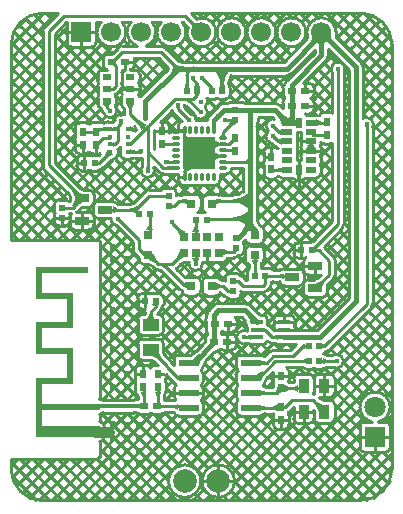
<source format=gtl>
G04 Layer: TopLayer*
G04 EasyEDA Pro v2.1.57.773a98f1.225d47, 2024-05-26 20:13:35*
G04 Gerber Generator version 0.3*
G04 Scale: 100 percent, Rotated: No, Reflected: No*
G04 Dimensions in millimeters*
G04 Leading zeros omitted, absolute positions, 3 integers and 5 decimals*
%FSLAX35Y35*%
%MOMM*%
%ADD10C,0.254*%
%ADD11O,0.28001X0.8*%
%ADD12O,0.8X0.28001*%
%ADD13R,2.69999X2.69999*%
%ADD14R,0.89916X0.59944*%
%ADD15R,0.59944X0.89916*%
%ADD16R,0.59944X0.89916*%
%ADD17R,0.8009X0.5*%
%ADD18R,0.8X0.5*%
%ADD19R,0.45001X0.45001*%
%ADD20C,2.0*%
%ADD21R,0.56566X0.54*%
%ADD22R,1.39954X1.0*%
%ADD23R,1.0X0.41999*%
%ADD24R,1.0X0.41999*%
%ADD25R,0.49987X0.49987*%
%ADD26R,0.49987X0.89992*%
%ADD27R,0.54X0.79009*%
%ADD28R,0.95001X1.2*%
%ADD29R,0.54X0.79009*%
%ADD30R,0.56566X0.54*%
%ADD31R,1.75029X0.58852*%
%ADD32R,1.25001X0.7*%
%ADD33R,1.25001X0.7*%
%ADD34R,1.7X1.7*%
%ADD35C,1.7*%
%ADD36R,0.71999X0.8*%
%ADD37C,1.8*%
%ADD38R,1.8X1.8*%
%ADD39R,0.8X0.8*%
%ADD40R,0.8X0.8*%
%ADD41R,0.8X0.8*%
%ADD42R,0.8X0.8*%
%ADD43R,0.54X0.56566*%
%ADD44R,0.79009X0.54*%
%ADD45R,0.54X0.56566*%
%ADD46R,0.79009X0.54*%
%ADD47C,0.4*%
%ADD48C,0.5*%
%ADD49C,0.6*%
%ADD50C,0.3*%
%ADD51C,0.9*%
G75*

G54D10*

G04 Copper Start*
G01X300000Y-4161646D02*
G02X38354Y-3900000I0J261646D01*
G01Y-3810025D01*
G01X774700D01*
G03X787425Y-3797300I0J12725D01*
G01Y-3665146D01*
G03X825348Y-3626794I-432J38352D01*
G01Y-3624237D01*
G01Y-3534262D01*
G01Y-3534245D01*
G03X787425Y-3495893I-38354J0D01*
G01Y-3435149D01*
G03X818371Y-3418854I-432J38352D01*
G01X1080187D01*
G02X1097853Y-3419405I0J-283227D01*
G03X1125187Y-3430854I27334J26905D01*
G01X1204196D01*
G03X1219200Y-3427798I0J38354D01*
G03X1234204Y-3430854I15004J35298D01*
G01X1313213D01*
G03X1338449Y-3421382I0J38354D01*
G02X1351313Y-3416554I12864J-14723D01*
G01X1415263D01*
G01X1416071Y-3416589D01*
G03X1453363Y-3445980I37292J8963D01*
G01X1628391D01*
G03X1666745Y-3407626I0J38354D01*
G01Y-3348774D01*
G03X1645998Y-3314700I-38354J0D01*
G03X1666745Y-3280626I-17606J34074D01*
G01Y-3221774D01*
G03X1645998Y-3187700I-38354J0D01*
G03X1666745Y-3153626I-17606J34074D01*
G01Y-3094774D01*
G03X1645998Y-3060700I-38354J0D01*
G03X1666745Y-3026626I-17606J34074D01*
G01Y-3026238D01*
G02X1697938Y-2965578I110138J-18285D01*
G01X1745715Y-2917801D01*
G02X1806228Y-2885967I81511J-81511D01*
G03X1814246Y-2883552I-6986J37712D01*
G03X1829250Y-2886608I15004J35298D01*
G01X1908259D01*
G03X1946613Y-2848254I0J38354D01*
G01Y-2794254D01*
G03X1908259Y-2755900I-38354J0D01*
G01X1829250D01*
G03X1818776Y-2757358I0J-38354D01*
G02X1818414Y-2750134I389737J23104D01*
G02X1823510Y-2733026I50472J-5720D01*
G03X1832958Y-2734208I9448J37172D01*
G01X1911967D01*
G03X1950321Y-2695854I0J38354D01*
G01Y-2641854D01*
G03X1934823Y-2611054I-38354J0D01*
G01X1995929D01*
G01X2001371Y-2616496D01*
G02X2032019Y-2677422I-76809J-76809D01*
G03X2033612Y-2685301I38183J3621D01*
G03X2031848Y-2696801I36589J-11500D01*
G01Y-2728691D01*
G03X2006600Y-2722946I-25248J-52609D01*
G03X1948246Y-2781300I0J-58354D01*
G03X2006600Y-2839654I58354J0D01*
G03X2034709Y-2832438I0J58354D01*
G02X2051699Y-2837394I-2607J-40538D01*
G03X2070202Y-2842152I18503J33596D01*
G01X2170201D01*
G03X2207428Y-2813029I0J38354D01*
G01X2211799Y-2817401D01*
G03X2247900Y-2832354I36101J36101D01*
G01X2262099D01*
G02X2281696Y-2837394I0J-40621D01*
G03X2300199Y-2842152I18503J33596D01*
G01X2400198D01*
G01X2401476Y-2842131D01*
G02X2454266Y-2841163I58722J-1762079D01*
G01X2402623Y-2892806D01*
G01X2256466D01*
G03X2220366Y-2907759I0J-51054D01*
G01X2183793Y-2944332D01*
G03X2153437Y-2929420I-30356J-23442D01*
G01X1978409D01*
G03X1940055Y-2967774I0J-38354D01*
G01Y-3026626D01*
G03X1960802Y-3060700I38354J0D01*
G03X1940055Y-3094774I17606J-34074D01*
G01Y-3153626D01*
G03X1960802Y-3187700I38354J0D01*
G03X1940055Y-3221774I17606J-34074D01*
G01Y-3280626D01*
G03X1960802Y-3314700I38354J0D01*
G03X1940055Y-3348774I17606J-34074D01*
G01Y-3407626D01*
G03X1978409Y-3445980I38354J0D01*
G01X2153437D01*
G03X2185050Y-3429344I0J38354D01*
G02X2191537Y-3429254I6487J-233829D01*
G01X2259000D01*
G02X2261549Y-3429611I0J-9271D01*
G03X2258746Y-3444004I35551J-14393D01*
G01Y-3523013D01*
G03X2297100Y-3561367I38354J0D01*
G01X2351100D01*
G03X2389454Y-3523013I0J38354D01*
G01Y-3444004D01*
G03X2386398Y-3429000I-38354J0D01*
G03X2389454Y-3413996I-35298J15004D01*
G01Y-3410447D01*
G01X2430142Y-3369759D01*
G01Y-3472007D01*
G03X2468496Y-3510361I38354J0D01*
G01X2563498D01*
G03X2601852Y-3472007I0J38354D01*
G01Y-3401292D01*
G02X2605148Y-3412485I-52642J-21587D01*
G01Y-3472007D01*
G03X2643502Y-3510361I38354J0D01*
G01X2738504D01*
G03X2776858Y-3472007I0J38354D01*
G01Y-3352008D01*
G03X2738504Y-3313654I-38354J0D01*
G01X2678982D01*
G02X2649143Y-3297946I10393J55939D01*
G01X2641491Y-3290294D01*
G01X2643502Y-3290346D01*
G01X2738504D01*
G03X2776858Y-3251992I0J38354D01*
G01Y-3131993D01*
G03X2738504Y-3093639I-38354J0D01*
G01X2643502D01*
G03X2605148Y-3131993I0J-38354D01*
G01Y-3251992D01*
G03X2607638Y-3265587I38354J0D01*
G03X2599915Y-3264026I-13943J-49113D01*
G03X2601852Y-3251992I-36417J12034D01*
G01Y-3131993D01*
G03X2563498Y-3093639I-38354J0D01*
G01X2468496D01*
G03X2430142Y-3131993I0J-38354D01*
G01Y-3164261D01*
G01X2388548D01*
G01X2386979Y-3164127D01*
G03X2385745Y-3160806I-36531J-11683D01*
G03X2388802Y-3145803I-35298J15004D01*
G01Y-3066793D01*
G03X2372699Y-3035554I-38354J0D01*
G01X2493836D01*
G02X2502182Y-3035703I0J-233919D01*
G03X2531936Y-3049854I29753J24203D01*
G01X2588501D01*
G03X2603500Y-3046800I0J38354D01*
G03X2618499Y-3049854I14999J35300D01*
G01X2675064D01*
G01X2675065D01*
G03X2700300Y-3040382I0J38354D01*
G02X2713165Y-3035554I12864J-14723D01*
G01X2765739D01*
G03X2794000Y-3042854I28261J51054D01*
G03X2852354Y-2984500I0J58354D01*
G03X2794000Y-2926146I-58354J0D01*
G03X2765739Y-2933446I0J-58354D01*
G01X2713165D01*
G02X2700300Y-2928618I0J19551D01*
G03X2683068Y-2919990I-25236J-28882D01*
G03X2703628Y-2905401I-10683J36836D01*
G03X2726266Y-2892254I-13463J49247D01*
G01X3084101Y-2534420D01*
G03X3099054Y-2498319I-36101J36101D01*
G01Y-1006161D01*
G03X3106354Y-977900I-51054J28261D01*
G03X3048000Y-919546I-58354J0D01*
G03X3017454Y-928180I0J-58354D01*
G01Y-493100D01*
G03X3000362Y-451838I-58354J0D01*
G01X2789523Y-240998D01*
G01X2787817Y-239180D01*
G01X2786870Y-238016D01*
G01X2786762Y-237865D01*
G01X2786755Y-237782D01*
G01X2786737Y-237069D01*
G01X2786799Y-235292D01*
G01X2788050Y-223051D01*
G01X2788092Y-222609D01*
G01X2789008Y-212493D01*
G01X2789142Y-210337D01*
G01X2789376Y-203424D01*
G01X2789398Y-202124D01*
G01X2789389Y-201308D01*
G01X2789353Y-199607D01*
G03X2789255Y-195069I-123353J-393D01*
G01X2789213Y-194085D01*
G01X2789203Y-193892D01*
G01X2789112Y-192275D01*
G03X2666000Y-76646I-123112J-7725D01*
G03X2542888Y-192275I0J-123354D01*
G03X2542646Y-200000I123112J-7725D01*
G03X2543445Y-214012I123354J0D01*
G01X2545270Y-238420D01*
G01X2545431Y-245152D01*
G01X2545342Y-248696D01*
G01X2545154Y-251021D01*
G01X2346529Y-449646D01*
G01X1837735D01*
G01X1584318D01*
G01X1509656D01*
G01X1501010D01*
G01X1497301Y-449547D01*
G01X1492474Y-449155D01*
G01X1487365Y-448459D01*
G01X1480619Y-447159D01*
G01X1473777Y-445431D01*
G01X1466898Y-443272D01*
G01X1461544Y-441267D01*
G01X1456450Y-439049D01*
G01X1451724Y-436657D01*
G01X1448576Y-434829D01*
G01X1445656Y-432902D01*
G01X1444029Y-431690D01*
G01X1442605Y-430507D01*
G01X1441038Y-429037D01*
G01X1344201Y-332199D01*
G03X1308100Y-317246I-36101J-36101D01*
G01X1180335D01*
G03X1265354Y-200000I-38335J117246D01*
G03X1230967Y-114554I-123354J0D01*
G01X1307033D01*
G03X1272646Y-200000I88967J-85446D01*
G03X1396000Y-323354I123354J0D01*
G03X1519354Y-200000I0J123354D01*
G03X1484967Y-114554I-123354J0D01*
G01X1492353D01*
G01X1531634Y-153835D01*
G01X1533587Y-155919D01*
G01X1530377Y-168935D01*
G01X1530013Y-170562D01*
G01X1528682Y-177190D01*
G01X1528294Y-179475D01*
G01X1527494Y-185241D01*
G01X1527252Y-187452D01*
G01X1526881Y-192087D01*
G01X1526771Y-194201D01*
G01X1526756Y-194790D01*
G03X1526649Y-199128I123244J-5211D01*
G01Y-199129D01*
G01X1526638Y-200075D01*
G01X1526651Y-201089D01*
G03X1526888Y-207725I123349J1089D01*
G03X1650000Y-323354I123112J7725D01*
G03X1773354Y-200000I0J123354D01*
G03X1657725Y-76888I-123354J0D01*
G03X1651089Y-76651I-7725J-123112D01*
G01X1650075Y-76638D01*
G01X1649129Y-76649D01*
G01X1649128D01*
G03X1644789Y-76756I872J-123351D01*
G01X1644201Y-76771D01*
G01X1642087Y-76881D01*
G01X1637452Y-77252D01*
G01X1635241Y-77494D01*
G01X1629475Y-78294D01*
G01X1627190Y-78682D01*
G01X1620562Y-80014D01*
G01X1618935Y-80377D01*
G01X1605919Y-83587D01*
G01X1603835Y-81634D01*
G01X1560555Y-38354D01*
G01X3000000D01*
G02X3261646Y-300000I0J-261646D01*
G01Y-3900000D01*
G02X3000000Y-4161646I-261646J0D01*
G01X300000D01*
G01X3210000Y-3755354D02*
G03X3248354Y-3717000I0J38354D01*
G01Y-3537000D01*
G03X3210000Y-3498646I-38354J0D01*
G01X3146225D01*
G03X3248354Y-3373000I-26225J125646D01*
G03X3120000Y-3244646I-128354J0D01*
G03X2991646Y-3373000I0J-128354D01*
G03X3093775Y-3498646I128354J0D01*
G01X3030000D01*
G03X2991646Y-3537000I0J-38354D01*
G01Y-3717000D01*
G03X3030000Y-3755354I38354J0D01*
G01X3210000D01*
G01X1792000Y-4138354D02*
G03X1930354Y-4000000I0J138354D01*
G03X1792000Y-3861646I-138354J0D01*
G03X1653646Y-4000000I0J-138354D01*
G03X1792000Y-4138354I138354J0D01*
G01X1508000Y-4138354D02*
G03X1646354Y-4000000I0J138354D01*
G03X1508000Y-3861646I-138354J0D01*
G03X1369646Y-4000000I0J-138354D01*
G03X1508000Y-4138354I138354J0D01*
G01X1780646Y-200000D02*
G03X1904000Y-323354I123354J0D01*
G03X2027354Y-200000I0J123354D01*
G03X1904000Y-76646I-123354J0D01*
G03X1780646Y-200000I0J-123354D01*
G01X2288646Y-200000D02*
G03X2412000Y-323354I123354J0D01*
G03X2535354Y-200000I0J123354D01*
G03X2412000Y-76646I-123354J0D01*
G03X2288646Y-200000I0J-123354D01*
G01X2158000Y-323354D02*
G03X2281354Y-200000I0J123354D01*
G03X2158000Y-76646I-123354J0D01*
G03X2034646Y-200000I0J-123354D01*
G03X2158000Y-323354I123354J0D01*
G01X3098453Y-4142416D02*
G01X3242416Y-3998453D01*
G01X2971460Y-4161646D02*
G01X3261646Y-3871460D01*
G01X2863697Y-4161646D02*
G01X3261646Y-3763697D01*
G01X2755934Y-4161646D02*
G01X3162226Y-3755354D01*
G01X3248354Y-3669226D02*
G01X3261646Y-3655934D01*
G01X2648171Y-4161646D02*
G01X3054463Y-3755354D01*
G01X3248354Y-3561463D02*
G01X3261646Y-3548171D01*
G01X2540408Y-4161646D02*
G01X2991646Y-3710408D01*
G01X3203408Y-3498646D02*
G01X3261646Y-3440408D01*
G01X2432645Y-4161646D02*
G01X2991646Y-3602645D01*
G01X3245961Y-3348330D02*
G01X3261646Y-3332645D01*
G01X2324882Y-4161646D02*
G01X3026062Y-3460466D01*
G01X3207466Y-3279062D02*
G01X3261646Y-3224882D01*
G01X2217119Y-4161646D02*
G01X2992349Y-3386415D01*
G01X3133415Y-3245349D02*
G01X3261646Y-3117119D01*
G01X2109356Y-4161646D02*
G01X3261646Y-3009356D01*
G01X2001593Y-4161646D02*
G01X2652877Y-3510361D01*
G01X2776858Y-3386381D02*
G01X3261646Y-2901593D01*
G01X1893829Y-4161646D02*
G01X2545114Y-3510361D01*
G01X2601852Y-3453624D02*
G01X2605148Y-3450327D01*
G01X2741689Y-3313786D02*
G01X3261646Y-2793829D01*
G01X1786066Y-4161646D02*
G01X1810617Y-4137096D01*
G01X1929096Y-4018617D02*
G01X2445221Y-3502491D01*
G01X2649456Y-3298257D02*
G01X2657366Y-3290346D01*
G01X2776858Y-3170855D02*
G01X3261646Y-2686066D01*
G01X1678303Y-4161646D02*
G01X1721127Y-4118823D01*
G01X1910823Y-3929127D02*
G01X2281776Y-3558173D01*
G01X2389454Y-3450495D02*
G01X2430142Y-3409807D01*
G01X2601852Y-3238098D02*
G01X2605148Y-3234801D01*
G01X2745641Y-3094309D02*
G01X2797182Y-3042767D01*
G01X2852267Y-2987682D02*
G01X3261646Y-2578303D01*
G01X1570540Y-4161646D02*
G01X1668945Y-4063241D01*
G01X1855241Y-3876945D02*
G01X2258746Y-3473440D01*
G01X2601817Y-3130369D02*
G01X2605520Y-3126666D01*
G01X2638176Y-3094010D02*
G01X2683206Y-3048980D01*
G01X2804995Y-2927191D02*
G01X3261646Y-2470540D01*
G01X1462777Y-4161646D02*
G01X1487584Y-4136839D01*
G01X1644839Y-3979584D02*
G01X1657710Y-3966713D01*
G01X1758713Y-3865710D02*
G01X2195169Y-3429254D01*
G01X2530784Y-3093639D02*
G01X2574569Y-3049854D01*
G01X2697807Y-2926616D02*
G01X3261646Y-2362777D01*
G01X1355014Y-4161646D02*
G01X1414595Y-4102065D01*
G01X1610065Y-3906595D02*
G01X2070680Y-3445980D01*
G01X2388802Y-3127858D02*
G01X2481106Y-3035554D01*
G01X3099054Y-2417606D02*
G01X3261646Y-2255014D01*
G01X1247251Y-4161646D02*
G01X1374095Y-4034802D01*
G01X1542802Y-3866095D02*
G01X1965246Y-3443651D01*
G01X2373073Y-3035824D02*
G01X2373343Y-3035554D01*
G01X3099054Y-2309843D02*
G01X3261646Y-2147251D01*
G01X1139488Y-4161646D02*
G01X1940055Y-3361079D01*
G01X3099054Y-2202080D02*
G01X3261646Y-2039488D01*
G01X1031725Y-4161646D02*
G01X1940055Y-3253316D01*
G01X2300565Y-2892806D02*
G01X2351219Y-2842152D01*
G01X3099054Y-2094317D02*
G01X3261646Y-1931725D01*
G01X923962Y-4161646D02*
G01X1642200Y-3443408D01*
G01X1664174Y-3421434D02*
G01X1940055Y-3145553D01*
G01X2156095Y-2929512D02*
G01X2253254Y-2832354D01*
G01X3099054Y-1986554D02*
G01X3261646Y-1823962D01*
G01X816199Y-4161646D02*
G01X1531865Y-3445980D01*
G01X1655849Y-3321995D02*
G01X1941347Y-3036498D01*
G01X2048425Y-2929420D02*
G01X2135693Y-2842152D01*
G01X3099054Y-1878791D02*
G01X3261646Y-1716199D01*
G01X708436Y-4161646D02*
G01X1431173Y-3438909D01*
G01X1663576Y-3206506D02*
G01X2037383Y-2832699D01*
G01X3099054Y-1771028D02*
G01X3261646Y-1608436D01*
G01X600673Y-4161646D02*
G01X1344562Y-3417757D01*
G01X1666745Y-3095573D02*
G01X1875710Y-2886608D01*
G01X1946613Y-2815706D02*
G01X1954579Y-2807739D01*
G01X3099054Y-1663265D02*
G01X3261646Y-1500673D01*
G01X492910Y-4161646D02*
G01X1224858Y-3429698D01*
G01X1898656Y-2755900D02*
G01X1921568Y-2732987D01*
G01X1949100Y-2705455D02*
G01X2017493Y-2637063D01*
G01X3099054Y-1555502D02*
G01X3261646Y-1392909D01*
G01X385146Y-4161646D02*
G01X736767Y-3810025D01*
G01X787425Y-3759367D02*
G01X1116854Y-3429938D01*
G01X1935345Y-2611448D02*
G01X1935738Y-2611054D01*
G01X3099054Y-1447738D02*
G01X3261646Y-1285146D01*
G01X278286Y-4160743D02*
G01X629004Y-3810025D01*
G01X825348Y-3613682D02*
G01X1020175Y-3418854D01*
G01X3099054Y-1339975D02*
G01X3261646Y-1177383D01*
G01X192655Y-4138612D02*
G01X521241Y-3810025D01*
G01X818660Y-3512606D02*
G01X912412Y-3418854D01*
G01X3099054Y-1232212D02*
G01X3261646Y-1069620D01*
G01X127114Y-4096390D02*
G01X413478Y-3810025D01*
G01X787425Y-3436078D02*
G01X788377Y-3435126D01*
G01X3099054Y-1124449D02*
G01X3261646Y-961857D01*
G01X77719Y-4038021D02*
G01X305715Y-3810025D01*
G01X3099054Y-1016686D02*
G01X3261646Y-854094D01*
G01X45839Y-3962138D02*
G01X197952Y-3810025D01*
G01X3079316Y-928661D02*
G01X3261646Y-746331D01*
G01X38354Y-3861860D02*
G01X90189Y-3810025D01*
G01X3017454Y-882760D02*
G01X3261646Y-638568D01*
G01X3017454Y-774997D02*
G01X3261646Y-530805D01*
G01X3017454Y-667234D02*
G01X3261646Y-423042D01*
G01X3017454Y-559471D02*
G01X3261646Y-315279D01*
G01X3007962Y-461199D02*
G01X3249127Y-220035D01*
G01X2954962Y-406437D02*
G01X3213146Y-148252D01*
G01X2901080Y-352555D02*
G01X3160371Y-93264D01*
G01X2847199Y-298674D02*
G01X3091134Y-54738D01*
G01X2793317Y-244792D02*
G01X2999755Y-38354D01*
G01X2779247Y-151099D02*
G01X2891992Y-38354D01*
G01X2728771Y-93812D02*
G01X2784229Y-38354D01*
G01X2265174Y-449646D02*
G01X2392947Y-321874D01*
G01X2533873Y-180947D02*
G01X2546887Y-167933D01*
G01X2633933Y-80887D02*
G01X2676466Y-38354D01*
G01X2157411Y-449646D02*
G01X2322339Y-284718D01*
G01X2496718Y-110339D02*
G01X2568703Y-38354D01*
G01X2049648Y-449646D02*
G01X2177489Y-321805D01*
G01X2279804Y-219490D02*
G01X2289071Y-210223D01*
G01X2422223Y-77071D02*
G01X2460940Y-38354D01*
G01X1941885Y-449646D02*
G01X2089168Y-302363D01*
G01X2260363Y-131168D02*
G01X2353177Y-38354D01*
G01X1834122Y-449646D02*
G01X2041951Y-241817D01*
G01X2199817Y-83951D02*
G01X2245414Y-38354D01*
G01X1726359Y-449646D02*
G01X1860555Y-315450D01*
G01X2019450Y-156555D02*
G01X2137651Y-38354D01*
G01X1618596Y-449646D02*
G01X1800749Y-267493D01*
G01X1971493Y-96749D02*
G01X2029888Y-38354D01*
G01X1510833Y-449646D02*
G01X1637736Y-322743D01*
G01X1772743Y-187736D02*
G01X1782656Y-177822D01*
G01X1881822Y-78656D02*
G01X1922125Y-38354D01*
G01X1432358Y-420357D02*
G01X1564144Y-288572D01*
G01X1738572Y-114144D02*
G01X1814362Y-38354D01*
G01X1378477Y-366476D02*
G01X1425074Y-319879D01*
G01X1515879Y-229074D02*
G01X1527839Y-217113D01*
G01X1667113Y-77839D02*
G01X1706599Y-38354D01*
G01X1318808Y-318382D02*
G01X1331837Y-305353D01*
G01X1501353Y-135837D02*
G01X1507494Y-129695D01*
G01X1579695Y-57494D02*
G01X1598835Y-38354D01*
G01X1212180Y-317246D02*
G01X1282090Y-247336D01*
G01X1259430Y-162233D02*
G01X1305709Y-115955D01*
G01X3260349Y-273980D02*
G01X3026020Y-39651D01*
G01X3261646Y-383040D02*
G01X2916960Y-38354D01*
G01X3261646Y-490803D02*
G01X2809197Y-38354D01*
G01X3261646Y-598566D02*
G01X2701434Y-38354D01*
G01X3261646Y-706329D02*
G01X2787152Y-231835D01*
G01X2635734Y-80417D02*
G01X2593671Y-38354D01*
G01X3261646Y-814092D02*
G01X3017454Y-569900D01*
G01X2570042Y-122488D02*
G01X2485908Y-38354D01*
G01X3261646Y-921855D02*
G01X3017454Y-677663D01*
G01X2542680Y-202889D02*
G01X2535271Y-195480D01*
G01X2416520Y-76729D02*
G01X2378145Y-38354D01*
G01X3261646Y-1029618D02*
G01X3017454Y-785426D01*
G01X2514101Y-282074D02*
G01X2508662Y-276634D01*
G01X2335366Y-103339D02*
G01X2270382Y-38354D01*
G01X3261646Y-1137381D02*
G01X3106213Y-981949D01*
G01X3043951Y-919687D02*
G01X3017454Y-893189D01*
G01X2460220Y-335955D02*
G01X2443523Y-319258D01*
G01X2292742Y-168477D02*
G01X2267535Y-143270D01*
G01X2214730Y-90465D02*
G01X2162619Y-38354D01*
G01X3261646Y-1245144D02*
G01X3099054Y-1082552D01*
G01X2406338Y-389837D02*
G01X2269424Y-252923D01*
G01X2105077Y-88576D02*
G01X2054856Y-38354D01*
G01X3261646Y-1352907D02*
G01X3099054Y-1190315D01*
G01X2352457Y-443718D02*
G01X2217044Y-308305D01*
G01X2049695Y-140956D02*
G01X1947093Y-38354D01*
G01X3261646Y-1460671D02*
G01X3099054Y-1298079D01*
G01X2250621Y-449646D02*
G01X2117487Y-316511D01*
G01X2041489Y-240513D02*
G01X2024993Y-224018D01*
G01X1879982Y-79007D02*
G01X1839329Y-38354D01*
G01X3261646Y-1568434D02*
G01X3099054Y-1405842D01*
G01X2142858Y-449646D02*
G01X1985664Y-292451D01*
G01X1811549Y-118336D02*
G01X1731566Y-38354D01*
G01X3261646Y-1676197D02*
G01X3099054Y-1513605D01*
G01X2035095Y-449646D02*
G01X1908713Y-323264D01*
G01X1780736Y-195287D02*
G01X1772692Y-187243D01*
G01X1662757Y-77308D02*
G01X1623803Y-38354D01*
G01X3261646Y-1783960D02*
G01X3099054Y-1621368D01*
G01X1927332Y-449646D02*
G01X1749962Y-272276D01*
G01X3261646Y-1891723D02*
G01X3099054Y-1729131D01*
G01X1819569Y-449646D02*
G01X1687454Y-317530D01*
G01X1532055Y-162132D02*
G01X1489726Y-119803D01*
G01X3261646Y-1999486D02*
G01X3099054Y-1836894D01*
G01X1711806Y-449646D02*
G01X1509788Y-247628D01*
G01X3261646Y-2107249D02*
G01X3099054Y-1944657D01*
G01X1604043Y-449646D02*
G01X1459906Y-305509D01*
G01X1290491Y-136094D02*
G01X1268951Y-114554D01*
G01X3261646Y-2215012D02*
G01X3099054Y-2052420D01*
G01X1496082Y-449448D02*
G01X1366379Y-319745D01*
G01X1276256Y-229622D02*
G01X1264110Y-217476D01*
G01X3261646Y-2322775D02*
G01X3099054Y-2160183D01*
G01X1256117Y-317246D02*
G01X1227646Y-288775D01*
G01X3261646Y-2430538D02*
G01X3099054Y-2267946D01*
G01X3261646Y-2538301D02*
G01X3099054Y-2375709D01*
G01X3261646Y-2646064D02*
G01X3099054Y-2483472D01*
G01X3261646Y-2753827D02*
G01X3063169Y-2555351D01*
G01X3261646Y-2861591D02*
G01X3009288Y-2609232D01*
G01X3261646Y-2969354D02*
G01X2955406Y-2663114D01*
G01X3261646Y-3077117D02*
G01X2901525Y-2716996D01*
G01X3261646Y-3184880D02*
G01X2847643Y-2770877D01*
G01X3261646Y-3292643D02*
G01X2793762Y-2824759D01*
G01X3261646Y-3400406D02*
G01X3247651Y-3386411D01*
G01X3106589Y-3245349D02*
G01X2852016Y-2990775D01*
G01X2787725Y-2926484D02*
G01X2739880Y-2878640D01*
G01X3261646Y-3508169D02*
G01X3213941Y-3460464D01*
G01X3032537Y-3279060D02*
G01X2796286Y-3042809D01*
G01X3261646Y-3615932D02*
G01X3248354Y-3602640D01*
G01X2994040Y-3348326D02*
G01X2776848Y-3131134D01*
G01X2739362Y-3093648D02*
G01X2691749Y-3046035D01*
G01X3261646Y-3723695D02*
G01X3248354Y-3710403D01*
G01X3036597Y-3498646D02*
G01X2776858Y-3238907D01*
G01X2633043Y-3095092D02*
G01X2587805Y-3049854D01*
G01X2416690Y-2878739D02*
G01X2380103Y-2842152D01*
G01X3261646Y-3831458D02*
G01X3185542Y-3755354D01*
G01X2991646Y-3561458D02*
G01X2776420Y-3346232D01*
G01X2744279Y-3314091D02*
G01X2720534Y-3290346D01*
G01X2605148Y-3174961D02*
G01X2601852Y-3171664D01*
G01X2523827Y-3093639D02*
G01X2465742Y-3035554D01*
G01X2322994Y-2892806D02*
G01X2262544Y-2832356D01*
G01X3259067Y-3936643D02*
G01X3077779Y-3755354D01*
G01X2991646Y-3669222D02*
G01X2776858Y-3454433D01*
G01X2435266Y-3112841D02*
G01X2388800Y-3066375D01*
G01X2225610Y-2903186D02*
G01X2164577Y-2842152D01*
G01X2031848Y-2709423D02*
G01X1945292Y-2622867D01*
G01X3233236Y-4018574D02*
G01X2725023Y-3510361D01*
G01X2144082Y-2929420D02*
G01X2052468Y-2837806D01*
G01X1960363Y-2745701D02*
G01X1938352Y-2723691D01*
G01X3188429Y-4081530D02*
G01X2597205Y-3490306D01*
G01X2036319Y-2929420D02*
G01X1946613Y-2839714D01*
G01X1862799Y-2755900D02*
G01X1841107Y-2734208D01*
G01X3127573Y-4128438D02*
G01X2509497Y-3510361D01*
G01X2430142Y-3431007D02*
G01X2399518Y-3400383D01*
G01X1946155Y-2947020D02*
G01X1885744Y-2886608D01*
G01X3048487Y-4157114D02*
G01X2389454Y-3498082D01*
G01X1955435Y-3064062D02*
G01X1783873Y-2892501D01*
G01X2945255Y-4161646D02*
G01X2344976Y-3561367D01*
G01X2258746Y-3475136D02*
G01X2212863Y-3429254D01*
G01X1940167Y-3156557D02*
G01X1723563Y-2939954D01*
G01X2837492Y-4161646D02*
G01X2121826Y-3445980D01*
G01X1940055Y-3264208D02*
G01X1674912Y-2999065D01*
G01X2729729Y-4161646D02*
G01X2014063Y-3445980D01*
G01X1940055Y-3371971D02*
G01X1666745Y-3098662D01*
G01X2621966Y-4161646D02*
G01X1659053Y-3198733D01*
G01X1651433Y-3191113D02*
G01X1647310Y-3186990D01*
G01X2514203Y-4161646D02*
G01X1657802Y-3305244D01*
G01X2406440Y-4161646D02*
G01X1664720Y-3419926D01*
G01X2298677Y-4161646D02*
G01X1583011Y-3445980D01*
G01X2190914Y-4161646D02*
G01X1475248Y-3445980D01*
G01X2083151Y-4161646D02*
G01X1930088Y-4008583D01*
G01X1783417Y-3861912D02*
G01X1341000Y-3419495D01*
G01X1975388Y-4161646D02*
G01X1900096Y-4086354D01*
G01X1705646Y-3891904D02*
G01X1244596Y-3430854D01*
G01X1867625Y-4161646D02*
G01X1836858Y-4130880D01*
G01X1661120Y-3955141D02*
G01X1136833Y-3430854D01*
G01X1759862Y-4161646D02*
G01X1708629Y-4110413D01*
G01X1681587Y-4083371D02*
G01X1639919Y-4041704D01*
G01X1466296Y-3868081D02*
G01X1017070Y-3418854D01*
G01X1652099Y-4161646D02*
G01X1596663Y-4106211D01*
G01X1401789Y-3911337D02*
G01X909306Y-3418854D01*
G01X1544335Y-4161646D02*
G01X1520479Y-4137790D01*
G01X1370210Y-3987520D02*
G01X810100Y-3427410D01*
G01X1436572Y-4161646D02*
G01X825348Y-3550421D01*
G01X1328809Y-4161646D02*
G01X817372Y-3650208D01*
G01X1221046Y-4161646D02*
G01X787425Y-3728025D01*
G01X1113283Y-4161646D02*
G01X761663Y-3810025D01*
G01X1005520Y-4161646D02*
G01X653899Y-3810025D01*
G01X897757Y-4161646D02*
G01X546136Y-3810025D01*
G01X789994Y-4161646D02*
G01X438373Y-3810025D01*
G01X682231Y-4161646D02*
G01X330610Y-3810025D01*
G01X574468Y-4161646D02*
G01X222847Y-3810025D01*
G01X466705Y-4161646D02*
G01X115084Y-3810025D01*
G01X358942Y-4161646D02*
G01X38354Y-3841058D01*
G01X245423Y-4155891D02*
G01X44109Y-3954577D01*
G01X1351313Y-3314446D02*
G02X1338449Y-3309618I0J19551D01*
G03X1333825Y-3306155I-25236J-28882D01*
G02X1333754Y-3300400I233848J5755D01*
G01Y-3281713D01*
G02X1338582Y-3268849I19551J0D01*
G03X1348054Y-3243613I-28882J25236D01*
G01Y-3164604D01*
G03X1344998Y-3149600I-38354J0D01*
G03X1348054Y-3134596I-35298J15004D01*
G01Y-3096655D01*
G01X1411699Y-3160301D01*
G03X1416620Y-3164627I36101J36101D01*
G03X1435756Y-3187700I36742J11001D01*
G03X1415009Y-3221774I17606J-34074D01*
G01Y-3280626D01*
G03X1433941Y-3313699I38354J0D01*
G02X1415263Y-3314446I-18678J233172D01*
G01X1351313D01*
G01X1342307Y-3312248D02*
G01X1415009Y-3239547D01*
G01X1348054Y-3198738D02*
G01X1399096Y-3147697D01*
G01X1433661Y-3188867D02*
G01X1348054Y-3103260D01*
G01X1415009Y-3277978D02*
G01X1348054Y-3211023D01*
G01X1340353Y-3311085D02*
G01X1333790Y-3304522D01*
G01X1097853Y-3311595D02*
G02X1080187Y-3312146I-17666J282676D01*
G01X807993D01*
G03X787425Y-3305889I-21000J-32094D01*
G01Y-1968500D01*
G03X774700Y-1955775I-12725J0D01*
G01X38354D01*
G01Y-300000D01*
G02X300000Y-38354I261646J0D01*
G01X435545D01*
G01X319499Y-154399D01*
G03X304546Y-190500I36101J-36101D01*
G01Y-1325804D01*
G03X319499Y-1361904I51054J0D01*
G01X529579Y-1571984D01*
G02X535746Y-1585642I-14990J-14990D01*
G01Y-1589205D01*
G01Y-1624403D01*
G01Y-1627966D01*
G02X534851Y-1632864I-21157J1331D01*
G02X527678Y-1632750I149J233919D01*
G03X496900Y-1617281I-30778J-22886D01*
G01X442900D01*
G03X404546Y-1655635I0J-38354D01*
G01Y-1655636D01*
G01Y-1712201D01*
G03X407600Y-1727200I38354J0D01*
G03X404546Y-1742199I35300J-14999D01*
G01Y-1798764D01*
G03X442900Y-1837118I38354J0D01*
G01X496900D01*
G03X535254Y-1798764I0J38354D01*
G01Y-1742199D01*
G03X534567Y-1734973I-38354J0D01*
G01X535000Y-1734972D01*
G01X546686D01*
G03X535746Y-1761796I27414J-26824D01*
G01Y-1831796D01*
G03X574100Y-1870150I38354J0D01*
G01X699101D01*
G03X737455Y-1831796I0J38354D01*
G01Y-1761796D01*
G03X699101Y-1723442I-38354J0D01*
G01X591803D01*
G03X595586Y-1720019I-32317J39524D01*
G01X619740Y-1695865D01*
G02X649579Y-1680158I40232J-40232D01*
G01X699101D01*
G03X737455Y-1641804I0J38354D01*
G01Y-1571804D01*
G03X699101Y-1533450I-38354J0D01*
G01X649579D01*
G02X619740Y-1517743I10393J55939D01*
G01X406654Y-1304657D01*
G01Y-211647D01*
G01X503747Y-114554D01*
G01X510649D01*
G01X510646Y-115000D01*
G01Y-285000D01*
G03X549000Y-323354I38354J0D01*
G01X719000D01*
G03X757354Y-285000I0J38354D01*
G01Y-115000D01*
G01X757351Y-114554D01*
G01X799033D01*
G03X764646Y-200000I88967J-85446D01*
G03X888000Y-323354I123354J0D01*
G03X1011354Y-200000I0J123354D01*
G03X976967Y-114554I-123354J0D01*
G01X1053033D01*
G03X1018646Y-200000I88967J-85446D01*
G03X1103665Y-317246I123354J0D01*
G01X977690D01*
G03X941590Y-332199I0J-51054D01*
G01X902745Y-371044D01*
G02X872906Y-386751I-40232J40232D01*
G01X854380D01*
G03X816026Y-425105I0J-38354D01*
G01Y-479105D01*
G03X851539Y-517354I38354J0D01*
G01X808396D01*
G03X770042Y-555708I0J-38354D01*
G01Y-605708D01*
G03X779309Y-630708I38354J0D01*
G03X770042Y-655708I29087J-25000D01*
G01Y-705708D01*
G03X779309Y-730708I38354J0D01*
G03X770042Y-755708I29087J-25000D01*
G01Y-805708D01*
G03X797807Y-842571I38354J0D01*
G03X812295Y-871796I50589J6875D01*
G01X820216Y-879717D01*
G03X876300Y-921954I56084J16117D01*
G03X934654Y-863600I0J58354D01*
G03X920935Y-826011I-58354J0D01*
G03X926750Y-805708I-32539J20304D01*
G01Y-755708D01*
G03X917482Y-730708I-38354J0D01*
G03X920842Y-726160I-29087J25000D01*
G03X933691Y-716808I-23251J45452D01*
G01X933694Y-716806D01*
G01X959094Y-691406D01*
G03X970041Y-675129I-36101J36101D01*
G01Y-705708D01*
G03X979309Y-730708I38354J0D01*
G03X970041Y-755708I29087J-25000D01*
G01Y-805708D01*
G03X997234Y-842402I38354J0D01*
G01X997341Y-843808D01*
G01Y-887711D01*
G03X999272Y-901620I51054J0D01*
G03X970700Y-894146I-28572J-50880D01*
G03X912461Y-948846I0J-58354D01*
G01X912358Y-951341D01*
G01X909199Y-954499D01*
G03X907258Y-956552I36101J-36101D01*
G03X901881Y-956173I-5376J-37975D01*
G01X856880D01*
G03X831675Y-965618I0J-38354D01*
G02X821028Y-965963I-12895J233563D01*
G02X790469Y-963707I2271J238904D01*
G03X785199Y-963343I-5270J-37990D01*
G01X731198D01*
G03X701049Y-977990I0J-38354D01*
G03X670899Y-963343I-30150J-23707D01*
G01X616898D01*
G03X578544Y-1001697I0J-38354D01*
G01Y-1080706D01*
G03X581601Y-1095710I38354J0D01*
G03X578544Y-1110714I35298J-15004D01*
G01Y-1189723D01*
G03X616898Y-1228077I38354J0D01*
G01X670899D01*
G03X701049Y-1213430I0J38354D01*
G03X731198Y-1228077I30150J23707D01*
G01X785199D01*
G03X791707Y-1227521I0J38354D01*
G01X779262Y-1239966D01*
G03X774618Y-1239684I-4644J-38072D01*
G01X718053D01*
G03X703054Y-1242738I0J-38354D01*
G03X688055Y-1239684I-14999J-35300D01*
G01X631489D01*
G03X593135Y-1278038I0J-38354D01*
G01Y-1332038D01*
G03X631489Y-1370392I38354J0D01*
G01X688055D01*
G03X703054Y-1367338I0J38354D01*
G03X718053Y-1370392I14999J35300D01*
G01X774618D01*
G03X807710Y-1351428I0J38354D01*
G03X822492Y-1341139I-21319J46390D01*
G01X875020Y-1288610D01*
G02X906470Y-1272628I40232J-40232D01*
G03X940235Y-1234549I-4588J38079D01*
G01Y-1191892D01*
G03X951976Y-1183125I-24360J44868D01*
G01X963562Y-1171539D01*
G03X964839Y-1179537I38301J2014D01*
G03X963509Y-1189548I37024J-10011D01*
G01Y-1234549D01*
G03X1001863Y-1272903I38354J0D01*
G01X1046865D01*
G03X1065372Y-1268143I0J38354D01*
G02X1084965Y-1263103I19593J-35564D01*
G01X1108571D01*
G01X1121611D01*
G03X1135800Y-1264854I14189J56603D01*
G03X1142746Y-1264439I0J58354D01*
G01Y-1343339D01*
G03X1135446Y-1371600I51054J-28261D01*
G03X1193800Y-1429954I58354J0D01*
G03X1252154Y-1371600I0J58354D01*
G03X1244854Y-1343339I-58354J0D01*
G01Y-1336955D01*
G01X1291763Y-1383864D01*
G03X1327863Y-1398817I36101J36101D01*
G01X1361132D01*
G01X1403345Y-1400065D01*
G01X1405692Y-1400118D01*
G01X1454343D01*
G01Y-1448769D01*
G03X1506697Y-1501123I52354J0D01*
G03X1531691Y-1494772I0J52354D01*
G03X1556684Y-1501123I24994J46003D01*
G03X1581691Y-1494765I0J52354D01*
G03X1606697Y-1501123I25006J45996D01*
G03X1631691Y-1494772I0J52354D01*
G03X1656684Y-1501123I24994J46003D01*
G03X1681691Y-1494765I0J52354D01*
G03X1706697Y-1501123I25006J45996D01*
G03X1731690Y-1494772I0J52354D01*
G03X1756684Y-1501123I24994J46003D01*
G03X1809039Y-1448769I0J52354D01*
G01Y-1400118D01*
G01X1857690D01*
G03X1910033Y-1348830I0J52354D01*
G01X2001691D01*
G01Y-1547685D01*
G02X1920045Y-1574546I-81646J110655D01*
G01X1813190D01*
G02X1784191Y-1572742I0J233919D01*
G03X1775090Y-1571646I-9101J-37259D01*
G01X1695090D01*
G03X1656736Y-1610000I0J-38354D01*
G01Y-1690000D01*
G03X1680201Y-1725346I38354J0D01*
G01X1665999D01*
G03X1651000Y-1728400I0J-38354D01*
G03X1636001Y-1725346I-14999J-35300D01*
G01X1619799D01*
G03X1643264Y-1690000I-14890J35346D01*
G01Y-1610000D01*
G03X1604910Y-1571646I-38354J0D01*
G01X1524910D01*
G03X1515809Y-1572742I0J-38354D01*
G02X1486810Y-1574546I-28999J232114D01*
G01X1459662D01*
G03X1436954Y-1579874I0J-51054D01*
G01Y-1554036D01*
G01Y-1554035D01*
G03X1398600Y-1515681I-38354J0D01*
G01X1344600D01*
G03X1313822Y-1531150I0J-38354D01*
G02X1306500Y-1531264I-7322J233804D01*
G01X1206500D01*
G03X1170399Y-1546218I0J-51054D01*
G01X1078421Y-1638196D01*
G01X1077646Y-1638909D01*
G01X1076882Y-1639519D01*
G01X1075746Y-1640320D01*
G01X1072765Y-1642162D01*
G01X1069306Y-1644013D01*
G01X1065417Y-1645825D01*
G01X1061356Y-1647466D01*
G01X1057384Y-1648833D01*
G01X1053790Y-1649844D01*
G01X1050643Y-1650511D01*
G01X1049572Y-1650665D01*
G01X1048569Y-1650745D01*
G01X1048508Y-1650746D01*
G01X937200D01*
G02X933585Y-1650012I0J9271D01*
G03X899100Y-1628446I-34485J-16788D01*
G01X774099D01*
G03X735745Y-1666800I0J-38354D01*
G01Y-1736800D01*
G03X774099Y-1775154I38354J0D01*
G01X881515D01*
G03X881446Y-1778000I58285J-2846D01*
G03X923683Y-1834084I58354J0D01*
G01X1066546Y-1976947D01*
G01Y-2032000D01*
G03X1081499Y-2068101I51054J0D01*
G01X1121646Y-2108247D01*
G01Y-2125090D01*
G03X1160000Y-2163444I38354J0D01*
G01X1200811D01*
G02X1230650Y-2179151I-10393J-55939D01*
G01X1246876Y-2195377D01*
G03X1281898Y-2210319I36101J36101D01*
G01X1283582Y-2210391D01*
G01X1284742Y-2210527D01*
G01X1286409Y-2210834D01*
G01X1288251Y-2211281D01*
G01X1292097Y-2212472D01*
G01X1296074Y-2213995D01*
G01X1300189Y-2215857D01*
G01X1304226Y-2217967D01*
G01X1307984Y-2220208D01*
G01X1311262Y-2222437D01*
G01X1314061Y-2224622D01*
G01X1315361Y-2225777D01*
G01X1315849Y-2226250D01*
G01X1462499Y-2372901D01*
G03X1486556Y-2386413I36101J36101D01*
G01Y-2390000D01*
G03X1524910Y-2428354I38354J0D01*
G01X1604910D01*
G03X1643264Y-2390000I0J38354D01*
G01Y-2310000D01*
G03X1604910Y-2271646I-38354J0D01*
G01X1524910D01*
G03X1509071Y-2275070I0J-38354D01*
G01X1434391Y-2200390D01*
G03X1440222Y-2195377I-30269J41113D01*
G01X1471536Y-2164064D01*
G02X1501375Y-2148356I40232J-40232D01*
G01X1540496D01*
G03X1544156Y-2148181I0J38354D01*
G03X1543145Y-2159000I57342J-10819D01*
G03X1601499Y-2217354I58354J0D01*
G03X1659853Y-2159000I0J58354D01*
G03X1658841Y-2148181I-58354J0D01*
G03X1662502Y-2148356I3661J38179D01*
G01X1734501D01*
G03X1747003Y-2146262I0J38354D01*
G03X1759504Y-2148356I12502J36259D01*
G01X1831503D01*
G03X1869857Y-2110002I0J38354D01*
G01Y-2109956D01*
G01X1921379D01*
G03X1957480Y-2095003I0J51054D01*
G02X1961691Y-2091118I50221J-50221D01*
G01X1970100D01*
G03X2008454Y-2052764I0J38354D01*
G01Y-1996199D01*
G03X2005505Y-1981449I-38354J0D01*
G02X2021705Y-1957031I182481J-103486D01*
G03X2060000Y-1993264I38295J2121D01*
G01X2140000D01*
G03X2178354Y-1954910I0J38354D01*
G01Y-1874910D01*
G03X2145374Y-1836934I-38354J0D01*
G03X2141972Y-1833088I-45373J-36694D01*
G01X2139924Y-1830861D01*
G01X2138207Y-1828696D01*
G01X2136372Y-1826066D01*
G01X2133070Y-1820611D01*
G01X2129895Y-1814481D01*
G01X2126897Y-1807750D01*
G01X2124218Y-1800723D01*
G01X2121971Y-1793702D01*
G01X2120242Y-1787010D01*
G01X2119045Y-1780754D01*
G01X2118636Y-1777562D01*
G01X2118420Y-1774457D01*
G01X2118399Y-1773317D01*
G01Y-1772768D01*
G01Y-1616935D01*
G01Y-1265337D01*
G01Y-998418D01*
G02X2140534Y-916772I161646J0D01*
G01X2247628D01*
G01X2263126Y-932270D01*
G01X2264075Y-933231D01*
G03X2253400Y-932246I-10675J-57369D01*
G03X2195046Y-990600I0J-58354D01*
G03X2215593Y-1035050I58354J0D01*
G03X2195046Y-1079500I37807J-44450D01*
G03X2237283Y-1135584I58354J0D01*
G01X2262070Y-1160371D01*
G03X2294321Y-1175179I36101J36101D01*
G01X2294319Y-1175578D01*
G01Y-1183128D01*
G03X2269455Y-1173978I-24863J-29204D01*
G01X2215455D01*
G03X2177101Y-1212332I0J-38354D01*
G01Y-1291341D01*
G03X2180158Y-1306345I38354J0D01*
G03X2177101Y-1321349I35298J-15004D01*
G01Y-1400358D01*
G03X2215455Y-1438712I38354J0D01*
G01X2269455D01*
G03X2302704Y-1419478I0J38354D01*
G03X2332673Y-1433896I29969J23935D01*
G01X2416306D01*
G03X2446719Y-1448882I30413J23368D01*
G01X2506663D01*
G03X2537076Y-1433896I0J38354D01*
G01X2620709D01*
G03X2659063Y-1395542I0J38354D01*
G01Y-1335598D01*
G03X2657549Y-1324930I-38354J0D01*
G03X2659063Y-1314262I-36841J10668D01*
G01Y-1254318D01*
G03X2657894Y-1244920I-38354J0D01*
G03X2659063Y-1235522I-37185J9398D01*
G01Y-1175578D01*
G03X2657549Y-1164910I-38354J0D01*
G03X2659063Y-1154242I-36841J10668D01*
G01Y-1132473D01*
G03X2685355Y-1142903I26292J27924D01*
G01X2739355D01*
G03X2755646Y-1139272I0J38354D01*
G01Y-1800134D01*
G01X2592142Y-1963639D01*
G02X2562303Y-1979346I-40232J40232D01*
G01X2554999D01*
G03X2540000Y-1982400I0J-38354D01*
G03X2525001Y-1979346I-14999J-35300D01*
G01X2468436D01*
G03X2430082Y-2017700I0J-38354D01*
G01Y-2071700D01*
G03X2468436Y-2110054I38354J0D01*
G01X2525001D01*
G03X2536322Y-2108345I0J38354D01*
G03X2513745Y-2143304I15777J-34959D01*
G01Y-2213304D01*
G03X2552099Y-2251658I38354J0D01*
G01X2659037D01*
G01X2631460Y-2279235D01*
G02X2601621Y-2294942I-40232J40232D01*
G01X2552099D01*
G03X2513745Y-2333296I0J-38354D01*
G01Y-2403296D01*
G03X2552099Y-2441650I38354J0D01*
G01X2677100D01*
G03X2715454Y-2403296I0J38354D01*
G01Y-2350697D01*
G01Y-2347134D01*
G02X2721621Y-2333476I21157J-1331D01*
G01X2766601Y-2288496D01*
G03X2781554Y-2252396I-36101J36101D01*
G01Y-2133600D01*
G03X2766601Y-2097499I-51054J0D01*
G01X2684642Y-2015541D01*
G01X2842801Y-1857382D01*
G03X2857754Y-1821282I-36101J36101D01*
G01Y-536261D01*
G03X2865054Y-508000I-51054J28261D01*
G03X2806700Y-449646I-58354J0D01*
G03X2748346Y-508000I0J-58354D01*
G03X2755646Y-536261I58354J0D01*
G01Y-881801D01*
G03X2739355Y-878169I-16291J-34722D01*
G01X2685355D01*
G03X2648095Y-907427I0J-38354D01*
G03X2620709Y-895924I-27387J-26851D01*
G01X2537076D01*
G03X2530315Y-889099I-30413J-23368D01*
G01X2565068D01*
G03X2603422Y-850745I0J38354D01*
G01Y-796745D01*
G03X2576849Y-760245I-38354J0D01*
G03X2603422Y-723745I-11781J36500D01*
G01Y-669745D01*
G03X2565068Y-631391I-38354J0D01*
G01X2512346D01*
G01X2707262Y-436474D01*
G03X2724354Y-395212I-41262J41262D01*
G01Y-340879D01*
G01X2900746Y-517271D01*
G01Y-2452329D01*
G01X2628630Y-2724445D01*
G01X2460198D01*
G02X2438552Y-2724312I0J1763057D01*
G01Y-2696801D01*
G03X2436788Y-2685301I-38354J0D01*
G03X2438552Y-2673801I-36589J11500D01*
G01Y-2631802D01*
G03X2400198Y-2593448I-38354J0D01*
G01X2300199D01*
G03X2261845Y-2631802I0J-38354D01*
G01Y-2673801D01*
G03X2263609Y-2685301I38354J0D01*
G03X2261845Y-2696801I36589J-11500D01*
G01Y-2723043D01*
G01X2220501Y-2681699D01*
G03X2208555Y-2672822I-36101J-36101D01*
G01Y-2631802D01*
G03X2170201Y-2593448I-38354J0D01*
G01X2146762D01*
G02X2112180Y-2562255I285406J351180D01*
G01X2061363Y-2511438D01*
G03X2020100Y-2494346I-41262J-41262D01*
G01X1790700D01*
G03X1749438Y-2511438I0J-58354D01*
G01X1711338Y-2549538D01*
G03X1694246Y-2590800I41262J-41262D01*
G02X1687732Y-2629208I-116487J0D01*
G03X1685587Y-2641854I36209J-12646D01*
G01Y-2695854D01*
G03X1690559Y-2714740I38354J0D01*
G02X1701104Y-2749027I-72671J-41114D01*
G02X1700438Y-2761403I-390142J14773D01*
G03X1681879Y-2794254I19794J-32851D01*
G01Y-2816588D01*
G01X1650686Y-2847781D01*
G01X1600239Y-2898227D01*
G02X1565658Y-2929420I-319987J319987D01*
G01X1453363D01*
G03X1415009Y-2967774I0J-38354D01*
G01Y-3019207D01*
G01X1408063Y-3012261D01*
G03X1395001Y-2989928I-49163J-13768D01*
G01X1341222Y-2936149D01*
G02X1327531Y-2908975I34333J34333D01*
G01Y-2836329D01*
G03X1289177Y-2797975I-38354J0D01*
G01X1149223D01*
G03X1110869Y-2836329I0J-38354D01*
G01Y-2936329D01*
G03X1149223Y-2974683I38354J0D01*
G01X1221221D01*
G02X1251060Y-2990390I-10393J-55939D01*
G01X1277903Y-3017233D01*
G01X1255700D01*
G03X1219200Y-3043806I0J-38354D01*
G03X1182700Y-3017233I-36500J-11781D01*
G01X1128700D01*
G03X1090346Y-3055587I0J-38354D01*
G01Y-3134596D01*
G03X1093402Y-3149600I38354J0D01*
G03X1090346Y-3164604I35298J-15004D01*
G01Y-3243613D01*
G03X1113121Y-3278660I38354J0D01*
G02X1113638Y-3281713I-8754J-3053D01*
G01Y-3300400D01*
G01X1113504Y-3301969D01*
G03X1097853Y-3311595I11683J-36531D01*
G01X1858385Y-2441723D02*
G03X1890700Y-2459418I32315J20658D01*
G01X1944700D01*
G03X1983054Y-2421064I0J38354D01*
G01Y-2395226D01*
G03X2005762Y-2400554I22708J45726D01*
G01X2171700D01*
G03X2207801Y-2385601I0J51054D01*
G01X2225682Y-2367719D01*
G03X2240636Y-2331618I-36101J36101D01*
G01Y-2325700D01*
G02X2244279Y-2315530I16014J0D01*
G02X2255965Y-2311654I11685J-15675D01*
G01X2313893D01*
G03X2352100Y-2346654I38207J3354D01*
G01X2477101D01*
G03X2515455Y-2308300I0J38354D01*
G01Y-2238300D01*
G03X2477101Y-2199946I-38354J0D01*
G01X2352100D01*
G03X2327143Y-2209176I0J-38354D01*
G02X2314000Y-2209546I-13143J233549D01*
G01X2255965D01*
G02X2243100Y-2204718I0J19551D01*
G03X2217865Y-2195246I-25236J-28882D01*
G01X2217864D01*
G01X2161299D01*
G03X2154073Y-2195933I0J-38354D01*
G01X2154072Y-2195500D01*
G01Y-2163190D01*
G02X2154435Y-2160624I9271J0D01*
G03X2178354Y-2125090I-14435J35534D01*
G01Y-2045090D01*
G03X2140000Y-2006736I-38354J0D01*
G01X2060000D01*
G03X2021646Y-2045090I0J-38354D01*
G01Y-2125090D01*
G03X2051945Y-2162589I38354J0D01*
G01X2051964Y-2163190D01*
G01Y-2195500D01*
G02X2051850Y-2202822I-233919J0D01*
G03X2036382Y-2233600I22886J-30778D01*
G01Y-2287600D01*
G03X2037947Y-2298446I38354J0D01*
G01X2026909D01*
G01X1998581Y-2270118D01*
G03X1977015Y-2257277I-36101J-36101D01*
G03X1944700Y-2239581I-32315J-20658D01*
G01X1890700D01*
G03X1852346Y-2277935I0J-38354D01*
G01Y-2277936D01*
G01Y-2303774D01*
G03X1829638Y-2298446I-22708J-45726D01*
G01X1813190D01*
G01X1811620Y-2298312D01*
G03X1775090Y-2271646I-36530J-11688D01*
G01X1695090D01*
G03X1656736Y-2310000I0J-38354D01*
G01Y-2390000D01*
G03X1695090Y-2428354I38354J0D01*
G01X1775090D01*
G03X1811111Y-2403174I0J38354D01*
G01X1836819Y-2428882D01*
G03X1858385Y-2441723I36101J36101D01*
G01X1289177Y-2764625D02*
G03X1327531Y-2726271I0J38354D01*
G01Y-2626271D01*
G03X1289177Y-2587917I-38354J0D01*
G01X1270254D01*
G01Y-2585709D01*
G01X1298582Y-2557381D01*
G03X1311423Y-2535815I-36101J36101D01*
G03X1329119Y-2503500I-20658J32315D01*
G01Y-2449500D01*
G03X1290765Y-2411146I-38354J0D01*
G01X1290764D01*
G01X1234199D01*
G03X1219200Y-2414200I0J-38354D01*
G03X1204201Y-2411146I-14999J-35300D01*
G01X1147636D01*
G03X1109282Y-2449500I0J-38354D01*
G01Y-2503500D01*
G03X1147636Y-2541854I38354J0D01*
G01X1173474D01*
G03X1168146Y-2564562I45726J-22708D01*
G01Y-2587917D01*
G01X1149223D01*
G03X1110869Y-2626271I0J-38354D01*
G01Y-2726271D01*
G03X1149223Y-2764625I38354J0D01*
G01X1289177D01*
G01X2576689Y-2724445D02*
G01X2900746Y-2400388D01*
G01X2468926Y-2724445D02*
G01X2900746Y-2292625D01*
G01X2438552Y-2647055D02*
G01X2643958Y-2441650D01*
G01X2715454Y-2370153D02*
G01X2900746Y-2184862D01*
G01X2258323Y-2719522D02*
G01X2261845Y-2716000D01*
G01X2384397Y-2593448D02*
G01X2538636Y-2439209D01*
G01X2781554Y-2196291D02*
G01X2900746Y-2077099D01*
G01X2208555Y-2661526D02*
G01X2513745Y-2356336D01*
G01X2575140Y-2294942D02*
G01X2618424Y-2251658D01*
G01X2769467Y-2100614D02*
G01X2900746Y-1969336D01*
G01X2168871Y-2593448D02*
G01X2415665Y-2346654D01*
G01X2515455Y-2246864D02*
G01X2523480Y-2238838D01*
G01X2715710Y-2046609D02*
G01X2900746Y-1861573D01*
G01X2102240Y-2552315D02*
G01X2322215Y-2332340D01*
G01X2454609Y-2199946D02*
G01X2513832Y-2140723D01*
G01X2857754Y-1796802D02*
G01X2900746Y-1753809D01*
G01X2046256Y-2500536D02*
G01X2146238Y-2400554D01*
G01X2346424Y-2200368D02*
G01X2444849Y-2101944D01*
G01X2569171Y-1977622D02*
G01X2755646Y-1791146D01*
G01X2857754Y-1689038D02*
G01X2900746Y-1646046D01*
G01X1509609Y-2929420D02*
G01X1699726Y-2739303D01*
G01X1944683Y-2494346D02*
G01X2038475Y-2400554D01*
G01X2238045Y-2200984D02*
G01X2431437Y-2007592D01*
G01X2458328Y-1980702D02*
G01X2755646Y-1683383D01*
G01X2857754Y-1581275D02*
G01X2900746Y-1538283D01*
G01X1019120Y-3312146D02*
G01X1090346Y-3240920D01*
G01X1368169Y-2963097D02*
G01X1685587Y-2645679D01*
G01X1836920Y-2494346D02*
G01X1875144Y-2456122D01*
G01X2032820Y-2298446D02*
G01X2036970Y-2294296D01*
G01X2154072Y-2177194D02*
G01X2755646Y-1575620D01*
G01X2857754Y-1473512D02*
G01X2900746Y-1430520D01*
G01X911357Y-3312146D02*
G01X1090346Y-3133157D01*
G01X1201402Y-3022101D02*
G01X1241073Y-2982430D01*
G01X1327531Y-2895972D02*
G01X1815720Y-2407783D01*
G01X1972251Y-2251252D02*
G01X2051964Y-2171539D01*
G01X2178354Y-2045149D02*
G01X2755646Y-1467857D01*
G01X2857754Y-1365749D02*
G01X2900746Y-1322757D01*
G01X805237Y-3310503D02*
G01X1141785Y-2973955D01*
G01X1310971Y-2804769D02*
G01X1688040Y-2427700D01*
G01X1817294Y-2298446D02*
G01X1858249Y-2257491D01*
G01X1870256Y-2245485D02*
G01X2021646Y-2094094D01*
G01X2109004Y-2006736D02*
G01X2122476Y-1993264D01*
G01X2178354Y-1937386D02*
G01X2755646Y-1360094D01*
G01X2857754Y-1257986D02*
G01X2900746Y-1214994D01*
G01X787425Y-3220552D02*
G01X1110869Y-2897108D01*
G01X1210002Y-2797975D02*
G01X1243352Y-2764625D01*
G01X1327531Y-2680446D02*
G01X1579623Y-2428354D01*
G01X1643264Y-2364713D02*
G01X1656736Y-2351241D01*
G01X1736331Y-2271646D02*
G01X1898021Y-2109956D01*
G01X2008454Y-1999523D02*
G01X2029636Y-1978341D01*
G01X2163431Y-1844546D02*
G01X2574081Y-1433896D01*
G01X2659063Y-1348914D02*
G01X2755646Y-1252331D01*
G01X2857754Y-1150223D02*
G01X2900746Y-1107231D01*
G01X787425Y-3112789D02*
G01X1137443Y-2762771D01*
G01X1307589Y-2592625D02*
G01X1491456Y-2408758D01*
G01X1623668Y-2276546D02*
G01X1752502Y-2147712D01*
G01X2119112Y-1781102D02*
G01X2451332Y-1448882D01*
G01X2658571Y-1241643D02*
G01X2755646Y-1144568D01*
G01X2857754Y-1042460D02*
G01X2900746Y-999468D01*
G01X787425Y-3005026D02*
G01X1110869Y-2681582D01*
G01X1329119Y-2463332D02*
G01X1441025Y-2351426D01*
G01X1520557Y-2271894D02*
G01X1579431Y-2213020D01*
G01X2118399Y-1674052D02*
G01X2358555Y-1433896D01*
G01X2659063Y-1133388D02*
G01X2659538Y-1132913D01*
G01X2857754Y-934697D02*
G01X2900746Y-891705D01*
G01X787425Y-2897262D02*
G01X1143102Y-2541585D01*
G01X1273542Y-2411146D02*
G01X1387143Y-2297545D01*
G01X1459345Y-2225343D02*
G01X1536331Y-2148356D01*
G01X2118399Y-1566289D02*
G01X2245976Y-1438712D01*
G01X2857754Y-826934D02*
G01X2900746Y-783942D01*
G01X787425Y-2789499D02*
G01X1109282Y-2467643D01*
G01X1165779Y-2411146D02*
G01X1333262Y-2243663D01*
G01X2118399Y-1458526D02*
G01X2177101Y-1399824D01*
G01X2698755Y-878169D02*
G01X2755646Y-821279D01*
G01X2857754Y-719171D02*
G01X2900746Y-676179D01*
G01X787425Y-2681736D02*
G01X1262931Y-2206231D01*
G01X1894616Y-1574546D02*
G01X2001691Y-1467470D01*
G01X2118399Y-1350763D02*
G01X2177108Y-1292054D01*
G01X2289518Y-1179644D02*
G01X2294008Y-1175154D01*
G01X2573238Y-895924D02*
G01X2586843Y-882319D01*
G01X2596642Y-872520D02*
G01X2755646Y-713516D01*
G01X2857754Y-611408D02*
G01X2900746Y-568416D01*
G01X787425Y-2573973D02*
G01X1197955Y-2163444D01*
G01X1636053Y-1725346D02*
G01X1658848Y-1702551D01*
G01X1788192Y-1573206D02*
G01X2001691Y-1359707D01*
G01X2118399Y-1243000D02*
G01X2228925Y-1132473D01*
G01X2591981Y-769418D02*
G01X2755646Y-605753D01*
G01X2864070Y-497329D02*
G01X2872437Y-488962D01*
G01X787425Y-2466210D02*
G01X1122178Y-2131457D01*
G01X1643264Y-1610372D02*
G01X1660783Y-1592853D01*
G01X1677943Y-1575693D02*
G01X1752666Y-1500969D01*
G01X1809039Y-1444597D02*
G01X1853518Y-1400118D01*
G01X2118399Y-1135236D02*
G01X2202284Y-1051351D01*
G01X2599915Y-653721D02*
G01X2748412Y-505223D01*
G01X2803923Y-449712D02*
G01X2818555Y-435080D01*
G01X787425Y-2358447D02*
G01X1079684Y-2066189D01*
G01X1574226Y-1571646D02*
G01X1645877Y-1499996D01*
G01X2118399Y-1027473D02*
G01X2229100Y-916772D01*
G01X2514482Y-631391D02*
G01X2764674Y-381199D01*
G01X787425Y-2250684D02*
G01X1063854Y-1974255D01*
G01X1463563Y-1574546D02*
G01X1539788Y-1498322D01*
G01X787425Y-2142921D02*
G01X1009973Y-1920374D01*
G01X1412180Y-1518166D02*
G01X1459313Y-1471033D01*
G01X787425Y-2035158D02*
G01X956091Y-1866492D01*
G01X1291319Y-1531264D02*
G01X1422465Y-1400118D01*
G01X759046Y-1955775D02*
G01X897075Y-1817746D01*
G01X1072536Y-1642284D02*
G01X1317141Y-1397679D01*
G01X651283Y-1955775D02*
G01X831903Y-1775154D01*
G01X956311Y-1650746D02*
G01X1179009Y-1428048D01*
G01X1250248Y-1356809D02*
G01X1257478Y-1349579D01*
G01X543519Y-1955775D02*
G01X629144Y-1870150D01*
G01X737455Y-1761839D02*
G01X741804Y-1757490D01*
G01X870848Y-1628446D02*
G01X1136047Y-1363247D01*
G01X435756Y-1955775D02*
G01X540765Y-1850766D01*
G01X668089Y-1723442D02*
G01X714679Y-1676851D01*
G01X734148Y-1657383D02*
G01X738181Y-1653350D01*
G01X760649Y-1630882D02*
G01X1127299Y-1264231D01*
G01X327993Y-1955775D02*
G01X446649Y-1837118D01*
G01X535254Y-1748514D02*
G01X540540Y-1743228D01*
G01X731879Y-1551889D02*
G01X1010865Y-1272903D01*
G01X220230Y-1955775D02*
G01X404546Y-1771459D01*
G01X643911Y-1532094D02*
G01X902645Y-1273360D01*
G01X940215Y-1235790D02*
G01X963509Y-1212495D01*
G01X112467Y-1955775D02*
G01X404546Y-1663696D01*
G01X450960Y-1617281D02*
G01X512918Y-1555323D01*
G01X585120Y-1483122D02*
G01X699641Y-1368600D01*
G01X38354Y-1922125D02*
G01X459037Y-1501442D01*
G01X531238Y-1429241D02*
G01X602887Y-1357591D01*
G01X720795Y-1239684D02*
G01X732401Y-1228077D01*
G01X38354Y-1814362D02*
G01X405155Y-1447560D01*
G01X477357Y-1375359D02*
G01X624638Y-1228077D01*
G01X896543Y-956173D02*
G01X913997Y-938719D01*
G01X956919Y-895797D02*
G01X997341Y-855374D01*
G01X38354Y-1706599D02*
G01X351274Y-1393679D01*
G01X423475Y-1321478D02*
G01X578544Y-1166408D01*
G01X781609Y-963343D02*
G01X837641Y-907311D01*
G01X923260Y-821693D02*
G01X970041Y-774911D01*
G01X38354Y-1598835D02*
G01X304953Y-1332237D01*
G01X406654Y-1230535D02*
G01X578544Y-1058645D01*
G01X673741Y-963449D02*
G01X795398Y-841792D01*
G01X38354Y-1491072D02*
G01X304546Y-1224880D01*
G01X406654Y-1122772D02*
G01X770042Y-759384D01*
G01X38354Y-1383309D02*
G01X304546Y-1117117D01*
G01X406654Y-1015009D02*
G01X770287Y-651376D01*
G01X38354Y-1275546D02*
G01X304546Y-1009354D01*
G01X406654Y-907246D02*
G01X773027Y-540873D01*
G01X793561Y-520339D02*
G01X819297Y-494603D01*
G01X996654Y-317246D02*
G01X1041865Y-272035D01*
G01X38354Y-1167783D02*
G01X304546Y-901591D01*
G01X406654Y-799483D02*
G01X882889Y-323248D01*
G01X1011248Y-194889D02*
G01X1019357Y-186781D01*
G01X38354Y-1060020D02*
G01X304546Y-793828D01*
G01X406654Y-691720D02*
G01X806117Y-292257D01*
G01X980257Y-118117D02*
G01X983820Y-114554D01*
G01X38354Y-952257D02*
G01X304546Y-686065D01*
G01X406654Y-583957D02*
G01X667257Y-323354D01*
G01X757354Y-233257D02*
G01X766939Y-223672D01*
G01X38354Y-844494D02*
G01X304546Y-578302D01*
G01X406654Y-476194D02*
G01X559494Y-323354D01*
G01X757354Y-125494D02*
G01X768294Y-114554D01*
G01X38354Y-736731D02*
G01X304546Y-470539D01*
G01X406654Y-368431D02*
G01X510646Y-264439D01*
G01X38354Y-628968D02*
G01X304546Y-362776D01*
G01X406654Y-260668D02*
G01X510646Y-156676D01*
G01X38354Y-521205D02*
G01X304546Y-255013D01*
G01X38354Y-413442D02*
G01X413442Y-38354D01*
G01X38354Y-305679D02*
G01X305679Y-38354D01*
G01X84159Y-152111D02*
G01X152111Y-84159D01*
G01X2900746Y-560955D02*
G01X2863029Y-523238D01*
G01X2791462Y-451671D02*
G01X2724354Y-384563D01*
G01X2900746Y-668718D02*
G01X2857754Y-625726D01*
G01X2749047Y-517020D02*
G01X2687882Y-455854D01*
G01X2900746Y-776481D02*
G01X2857754Y-733489D01*
G01X2755646Y-631381D02*
G01X2634001Y-509736D01*
G01X2900746Y-884244D02*
G01X2857754Y-841252D01*
G01X2755646Y-739144D02*
G01X2580119Y-563617D01*
G01X2900746Y-992008D02*
G01X2857754Y-949015D01*
G01X2755646Y-846907D02*
G01X2603422Y-694684D01*
G01X2540129Y-631391D02*
G01X2526238Y-617499D01*
G01X2900746Y-1099771D02*
G01X2857754Y-1056779D01*
G01X2679582Y-878606D02*
G01X2603422Y-802447D01*
G01X2900746Y-1207534D02*
G01X2857754Y-1164542D01*
G01X2589136Y-895924D02*
G01X2579495Y-886282D01*
G01X2900746Y-1315297D02*
G01X2857754Y-1272305D01*
G01X2755646Y-1170197D02*
G01X2728353Y-1142903D01*
G01X2900746Y-1423060D02*
G01X2857754Y-1380068D01*
G01X2755646Y-1277960D02*
G01X2659063Y-1181377D01*
G01X2900746Y-1530823D02*
G01X2857754Y-1487831D01*
G01X2755646Y-1385723D02*
G01X2659063Y-1289140D01*
G01X2900746Y-1638586D02*
G01X2857754Y-1595594D01*
G01X2755646Y-1493486D02*
G01X2659039Y-1396879D01*
G01X2211819Y-949659D02*
G01X2178932Y-916772D01*
G01X2900746Y-1746349D02*
G01X2857754Y-1703357D01*
G01X2755646Y-1601249D02*
G01X2588293Y-1433896D01*
G01X2203555Y-1049158D02*
G01X2121468Y-967071D01*
G01X2900746Y-1854112D02*
G01X2857754Y-1811120D01*
G01X2755646Y-1709012D02*
G01X2495516Y-1448882D01*
G01X2220612Y-1173978D02*
G01X2118399Y-1071765D01*
G01X2900746Y-1961875D02*
G01X2819527Y-1880656D01*
G01X2747326Y-1808455D02*
G01X2372767Y-1433896D01*
G01X2177101Y-1238230D02*
G01X2118399Y-1179528D01*
G01X2900746Y-2069638D02*
G01X2765645Y-1934538D01*
G01X2693444Y-1862336D02*
G01X2269818Y-1438710D01*
G01X2177101Y-1345993D02*
G01X2118399Y-1287291D01*
G01X1019220Y-188113D02*
G01X1009435Y-178327D01*
G01X2900746Y-2177401D02*
G01X2711764Y-1988419D01*
G01X2639563Y-1916218D02*
G01X2118399Y-1395054D01*
G01X1040591Y-317246D02*
G01X991088Y-267743D01*
G01X2900746Y-2285164D02*
G01X2781554Y-2165972D01*
G01X2585159Y-1969577D02*
G01X2118399Y-1502817D01*
G01X2001691Y-1386110D02*
G01X1964412Y-1348830D01*
G01X944818Y-329237D02*
G01X931144Y-315563D01*
G01X772437Y-156856D02*
G01X757354Y-141772D01*
G01X2900746Y-2392927D02*
G01X2778259Y-2270440D01*
G01X2487164Y-1979346D02*
G01X2118399Y-1610581D01*
G01X2001691Y-1493873D02*
G01X1893641Y-1385822D01*
G01X888991Y-381172D02*
G01X757354Y-249535D01*
G01X2876565Y-2476510D02*
G01X2727576Y-2327521D01*
G01X2655375Y-2255320D02*
G01X2651713Y-2251658D01*
G01X2520963Y-2120908D02*
G01X2510110Y-2110054D01*
G01X2430082Y-2030026D02*
G01X2118399Y-1718344D01*
G01X1966513Y-1566457D02*
G01X1809039Y-1408983D01*
G01X816922Y-416866D02*
G01X723181Y-323125D01*
G01X2822684Y-2530391D02*
G01X2711841Y-2419548D01*
G01X2587234Y-2294942D02*
G01X2542808Y-2250515D01*
G01X2514888Y-2222595D02*
G01X2508338Y-2216045D01*
G01X2499355Y-2207063D02*
G01X2178354Y-1886062D01*
G01X1866838Y-1574546D02*
G01X1785059Y-1492767D01*
G01X970041Y-677749D02*
G01X969235Y-676943D01*
G01X809646Y-517354D02*
G01X615646Y-323354D01*
G01X510646Y-218354D02*
G01X455297Y-163004D01*
G01X383096Y-90803D02*
G01X330646Y-38354D01*
G01X2768802Y-2584273D02*
G01X2626179Y-2441650D01*
G01X2513942Y-2329413D02*
G01X2510920Y-2326391D01*
G01X2384475Y-2199946D02*
G01X2166839Y-1982309D01*
G01X1756175Y-1571646D02*
G01X1680116Y-1495587D01*
G01X970041Y-785512D02*
G01X922294Y-737764D01*
G01X770042Y-585513D02*
G01X406654Y-222125D01*
G01X329214Y-144685D02*
G01X231901Y-47372D01*
G01X2714921Y-2638154D02*
G01X2423420Y-2346654D01*
G01X2286312Y-2209546D02*
G01X2178354Y-2101588D01*
G01X2083502Y-2006736D02*
G01X2070030Y-1993264D01*
G01X1664129Y-1587363D02*
G01X1574695Y-1497928D01*
G01X970913Y-894146D02*
G01X934342Y-857576D01*
G01X770042Y-693276D02*
G01X406654Y-329888D01*
G01X304546Y-227780D02*
G01X157397Y-80631D01*
G01X2661039Y-2692036D02*
G01X2280657Y-2311654D01*
G01X2164249Y-2195246D02*
G01X2154072Y-2185069D01*
G01X2021646Y-2052643D02*
G01X2008454Y-2039451D01*
G01X1656736Y-1687733D02*
G01X1643264Y-1674261D01*
G01X1540649Y-1571646D02*
G01X1368024Y-1399021D01*
G01X912973Y-943970D02*
G01X889455Y-920452D01*
G01X770042Y-801039D02*
G01X406654Y-437651D01*
G01X304546Y-335543D02*
G01X100140Y-131137D01*
G01X2585685Y-2724445D02*
G01X2227283Y-2366043D01*
G01X2051964Y-2190724D02*
G01X1956856Y-2095616D01*
G01X1439806Y-1578566D02*
G01X1436954Y-1575714D01*
G01X1376922Y-1515681D02*
G01X1249673Y-1388433D01*
G01X1142746Y-1281506D02*
G01X1125106Y-1263866D01*
G01X827067Y-965827D02*
G01X406654Y-545414D01*
G01X304546Y-443306D02*
G01X59110Y-197870D01*
G01X2477922Y-2724445D02*
G01X2437237Y-2683760D01*
G01X2346925Y-2593448D02*
G01X2154031Y-2400554D01*
G01X2036382Y-2282904D02*
G01X1869398Y-2115921D01*
G01X1284741Y-1531264D02*
G01X1182283Y-1428806D01*
G01X1136594Y-1383117D02*
G01X1026380Y-1272903D01*
G01X963509Y-1210032D02*
G01X943461Y-1189984D01*
G01X718859Y-965382D02*
G01X406654Y-653177D01*
G01X304546Y-551069D02*
G01X38768Y-285291D01*
G01X2264222Y-2618508D02*
G01X2046268Y-2400554D01*
G01X1885632Y-2239918D02*
G01X1794070Y-2148356D01*
G01X1182808Y-1537094D02*
G01X915946Y-1270232D01*
G01X609733Y-964019D02*
G01X406654Y-760940D01*
G01X304546Y-658832D02*
G01X38354Y-392640D01*
G01X2214551Y-2676600D02*
G01X2208555Y-2670604D01*
G01X2033969Y-2496018D02*
G01X1978017Y-2440066D01*
G01X1836919Y-2298968D02*
G01X1686307Y-2148356D01*
G01X1127284Y-1589333D02*
G01X850791Y-1312840D01*
G01X777764Y-1239813D02*
G01X766028Y-1228077D01*
G01X578544Y-1040594D02*
G01X406654Y-868703D01*
G01X304546Y-766595D02*
G01X38354Y-500403D01*
G01X1924534Y-2494346D02*
G01X1889590Y-2459402D01*
G01X1701834Y-2271646D02*
G01X1636144Y-2205956D01*
G01X1072494Y-1642306D02*
G01X794825Y-1364637D01*
G01X669872Y-1239684D02*
G01X658265Y-1228077D01*
G01X578544Y-1148357D02*
G01X406654Y-976466D01*
G01X304546Y-874358D02*
G01X38354Y-608166D01*
G01X1816771Y-2494346D02*
G01X1750779Y-2428354D01*
G01X1656736Y-2334311D02*
G01X1643264Y-2320839D01*
G01X1594071Y-2271646D02*
G01X1479713Y-2157288D01*
G01X973171Y-1650746D02*
G01X692552Y-1370128D01*
G01X593731Y-1271306D02*
G01X406654Y-1084229D01*
G01X304546Y-982121D02*
G01X38354Y-715929D01*
G01X1737768Y-2523107D02*
G01X1631906Y-2417244D01*
G01X843108Y-1628446D02*
G01X406654Y-1191992D01*
G01X304546Y-1089884D02*
G01X38354Y-823692D01*
G01X1694343Y-2587444D02*
G01X1535253Y-2428354D01*
G01X746779Y-1639881D02*
G01X737455Y-1630556D01*
G01X636018Y-1529119D02*
G01X406654Y-1299755D01*
G01X304546Y-1197647D02*
G01X38354Y-931455D01*
G01X1685587Y-2686452D02*
G01X1162580Y-2163444D01*
G01X1121646Y-2122510D02*
G01X774289Y-1775154D01*
G01X735745Y-1736610D02*
G01X679293Y-1680158D01*
G01X304546Y-1305410D02*
G01X38354Y-1039218D01*
G01X1682046Y-2790674D02*
G01X1326202Y-2434829D01*
G01X1305435Y-2414062D02*
G01X735439Y-1844066D01*
G01X614815Y-1723442D02*
G01X603489Y-1712116D01*
G01X511571Y-1620198D02*
G01X38354Y-1146982D01*
G01X1641038Y-2857429D02*
G01X1315996Y-2532386D01*
G01X1194755Y-2411146D02*
G01X787425Y-2003816D01*
G01X739384Y-1955775D02*
G01X653759Y-1870150D01*
G01X536738Y-1753129D02*
G01X535254Y-1751645D01*
G01X414014Y-1630404D02*
G01X38354Y-1254745D01*
G01X1586889Y-2911043D02*
G01X1327531Y-2651685D01*
G01X1111766Y-2435920D02*
G01X787425Y-2111579D01*
G01X631621Y-1955775D02*
G01X510480Y-1834634D01*
G01X406367Y-1730521D02*
G01X38354Y-1362508D01*
G01X1497503Y-2929420D02*
G01X1318762Y-2750679D01*
G01X1156000Y-2587917D02*
G01X787425Y-2219342D01*
G01X523858Y-1955775D02*
G01X38354Y-1470271D01*
G01X1416731Y-2956410D02*
G01X1327531Y-2867211D01*
G01X1258295Y-2797975D02*
G01X1224945Y-2764625D01*
G01X1110869Y-2650549D02*
G01X787425Y-2327105D01*
G01X416095Y-1955775D02*
G01X38354Y-1578034D01*
G01X1150532Y-2797975D02*
G01X787425Y-2434868D01*
G01X308332Y-1955775D02*
G01X38354Y-1685797D01*
G01X1262027Y-3017233D02*
G01X1219477Y-2974683D01*
G01X1110869Y-2866075D02*
G01X787425Y-2542631D01*
G01X200569Y-1955775D02*
G01X38354Y-1793560D01*
G01X1154264Y-3017233D02*
G01X787425Y-2650394D01*
G01X92806Y-1955775D02*
G01X38354Y-1901323D01*
G01X1090346Y-3061078D02*
G01X787425Y-2758158D01*
G01X1090346Y-3168841D02*
G01X787425Y-2865921D01*
G01X1113638Y-3299896D02*
G01X787425Y-2973684D01*
G01X1018125Y-3312146D02*
G01X787425Y-3081447D01*
G01X910362Y-3312146D02*
G01X787425Y-3189210D01*
G01X797931Y-3307479D02*
G01X787425Y-3296973D01*
G01X2191537Y-3200146D02*
G02X2185050Y-3200056I0J233919D01*
G03X2171044Y-3187700I-31613J-21718D01*
G03X2191665Y-3156733I-17606J34074D01*
G02X2207499Y-3122503I54492J-4428D01*
G01X2258094Y-3071908D01*
G01Y-3145803D01*
G03X2261150Y-3160806I38354J0D01*
G03X2258094Y-3175810I35298J-15004D01*
G01Y-3197414D01*
G01Y-3200027D01*
G01X2258088Y-3200146D01*
G01X2191537D01*
G01X2208751Y-3200146D02*
G01X2258384Y-3150513D01*
G01X2258541Y-3151642D02*
G01X2218450Y-3111551D01*
G01X2199282Y-3200146D02*
G01X2180218Y-3181082D01*
G01X2460943Y-1282258D02*
G01X2460943Y-1254318D01*
G03X2459774Y-1244920I-38354J0D01*
G03X2460943Y-1235522I-37185J9398D01*
G01Y-1175578D01*
G03X2459429Y-1164910I-38354J0D01*
G03X2460943Y-1154242I-36841J10668D01*
G01Y-1094298D01*
G03X2459774Y-1084900I-38354J0D01*
G03X2460943Y-1075502I-37185J9398D01*
G01Y-1047562D01*
G01X2492439D01*
G01Y-1075502D01*
G03X2493608Y-1084900I38354J0D01*
G03X2492439Y-1094298I37185J-9398D01*
G01Y-1154242D01*
G03X2493952Y-1164910I38354J0D01*
G03X2492439Y-1175578I36841J-10668D01*
G01Y-1235522D01*
G03X2493608Y-1244920I38354J0D01*
G03X2492439Y-1254318I37185J-9398D01*
G01Y-1282258D01*
G01X2460943D01*
G01X2460943Y-1223745D02*
G01X2492439Y-1192249D01*
G01X2460943Y-1115982D02*
G01X2493307Y-1083618D01*
G01X2492439Y-1122516D02*
G01X2460789Y-1090866D01*
G01X2492439Y-1230279D02*
G01X2460943Y-1198783D01*
G01X1248246Y-1184890D02*
G01X1247987Y-1183947D01*
G01X1247718Y-1182658D01*
G01X1247563Y-1181616D01*
G01X1247495Y-1180768D01*
G01X1247494Y-1180745D01*
G01Y-1033330D01*
G01X1247600Y-1030598D01*
G01X1247879Y-1028009D01*
G01X1248246Y-1025852D01*
G01Y-1077196D01*
G03X1251302Y-1092200I38354J0D01*
G03X1248246Y-1107204I35298J-15004D01*
G01Y-1184890D01*
G01X1247494Y-1144037D02*
G01X1248246Y-1143285D01*
G01X1247494Y-1036274D02*
G01X1248246Y-1035522D01*
G01X1248246Y-1063717D02*
G01X1247494Y-1062965D01*
G01X1248246Y-1171480D02*
G01X1247494Y-1170728D01*
G01X1378954Y-1052764D02*
G01X1378954Y-998187D01*
G03X1340600Y-959833I-38354J0D01*
G01X1302268D01*
G01X1399670Y-862431D01*
G03X1411699Y-881501I48130J17031D01*
G01X1481512Y-951313D01*
G03X1455130Y-996771I25973J-45458D01*
G01Y-1045422D01*
G01X1405692D01*
G03X1378954Y-1052764I0J-52354D01*
G01X1453872Y-1045422D02*
G01X1455130Y-1044164D01*
G01X1378954Y-1012577D02*
G01X1460865Y-930666D01*
G01X1323935Y-959833D02*
G01X1407293Y-876475D01*
G01X1469045Y-961227D02*
G01X1384960Y-877141D01*
G01X1445478Y-1045422D02*
G01X1331078Y-931023D01*
G01X1085219Y-1033510D02*
G01X1085219Y-998043D01*
G02X1097606Y-1021122I-71056J-53001D01*
G01X1085219Y-1033510D01*
G01X1097446Y-1020679D02*
G01X1085219Y-1008452D01*
G01X1699965Y-944851D02*
G03X1681691Y-950774I6732J-51920D01*
G03X1656684Y-944416I-25006J-45996D01*
G03X1631691Y-950768I0J-52354D01*
G03X1606697Y-944416I-24994J-46003D01*
G01X1605733Y-944425D01*
G03X1563499Y-888898I-58351J-556D01*
G01X1503802Y-829200D01*
G03X1505973Y-817386I-56002J16400D01*
G01X1508612Y-818580D01*
G01X1512649Y-820690D01*
G01X1516408Y-822932D01*
G01X1519685Y-825160D01*
G01X1522484Y-827346D01*
G01X1523784Y-828500D01*
G01X1524272Y-828973D01*
G01X1587716Y-892417D01*
G03X1643800Y-934654I56084J16117D01*
G03X1702154Y-876300I0J58354D01*
G03X1681607Y-831850I-58354J0D01*
G03X1702154Y-787400I-37807J44450D01*
G03X1695370Y-760092I-58354J0D01*
G03X1711936Y-763854I16565J34592D01*
G01X1768501D01*
G03X1783500Y-760800I0J38354D01*
G03X1798499Y-763854I14999J35300D01*
G01X1855065D01*
G03X1893419Y-725500I0J38354D01*
G01Y-671500D01*
G03X1880269Y-642590I-38354J0D01*
G02X1876552Y-636727I8013J9191D01*
G02X1902950Y-566354I137053J-11273D01*
G01X2370700D01*
G03X2411963Y-549262I0J58354D01*
G01X2607646Y-353579D01*
G01Y-371041D01*
G01X2375284Y-603402D01*
G03X2358842Y-635984I41262J-41262D01*
G03X2338688Y-669745I18200J-33761D01*
G01Y-723745D01*
G03X2355397Y-755407I38354J0D01*
G02X2346020Y-774192I-60888J18663D01*
G03X2338688Y-796745I31023J-22553D01*
G01Y-842783D01*
G01X2313062Y-817156D01*
G03X2271799Y-800064I-41262J-41262D01*
G01X2060045D01*
G01X2022900D01*
G02X1973292Y-793216I0J183101D01*
G03X1962900Y-791781I-10391J-36919D01*
G01X1908900D01*
G03X1887774Y-798124I0J-38354D01*
G02X1848900Y-800064I-38874J388481D01*
G01X1839482D01*
G03X1798219Y-817156I0J-58354D01*
G01X1755728Y-859647D01*
G01X1716838Y-898538D01*
G03X1699746Y-939800I41262J-41262D01*
G03X1699965Y-944851I58354J0D01*
G01X2320889Y-824983D02*
G01X2338688Y-807184D01*
G01X2238045Y-800064D02*
G01X2338688Y-699421D01*
G01X2130282Y-800064D02*
G01X2363992Y-566354D01*
G01X2022519Y-800064D02*
G01X2256229Y-566354D01*
G01X1923039Y-791781D02*
G01X2148466Y-566354D01*
G01X1662335Y-944722D02*
G01X1843203Y-763854D01*
G01X1893419Y-713638D02*
G01X2040703Y-566354D01*
G01X1591964Y-907330D02*
G01X1593468Y-905827D01*
G01X1701158Y-798136D02*
G01X1735440Y-763854D01*
G01X1878885Y-620409D02*
G01X1932940Y-566354D01*
G01X1533066Y-858465D02*
G01X1543415Y-848116D01*
G01X2605357Y-373329D02*
G01X2596626Y-364599D01*
G01X2551476Y-427211D02*
G01X2542745Y-418480D01*
G01X2497594Y-481092D02*
G01X2488863Y-472362D01*
G01X2443713Y-534974D02*
G01X2434982Y-526243D01*
G01X2389831Y-588856D02*
G01X2367329Y-566354D01*
G01X2343810Y-650597D02*
G01X2259566Y-566354D01*
G01X2351202Y-765753D02*
G01X2151803Y-566354D01*
G01X2278091Y-800405D02*
G01X2044040Y-566354D01*
G01X2169988Y-800064D02*
G01X1936277Y-566354D01*
G01X2062225Y-800064D02*
G01X1879541Y-617381D01*
G01X1946179Y-791781D02*
G01X1891592Y-737195D01*
G01X1846698Y-800064D02*
G01X1810488Y-763854D01*
G01X1777123Y-838252D02*
G01X1701189Y-762318D01*
G01X1723241Y-892134D02*
G01X1701893Y-870785D01*
G01X1669305Y-945960D02*
G01X1656582Y-933237D01*
G01X1133410Y-739865D02*
G03X1126115Y-748764I41262J-41262D01*
G03X1117482Y-730708I-37720J-6944D01*
G03X1126749Y-705708I-29087J25000D01*
G01Y-655708D01*
G03X1117482Y-630708I-38354J0D01*
G03X1126749Y-605708I-29087J25000D01*
G01Y-555708D01*
G03X1088395Y-517354I-38354J0D01*
G01X1045248D01*
G03X1080760Y-479105I-2842J38249D01*
G01Y-425105D01*
G03X1080327Y-419354I-38354J0D01*
G01X1286953D01*
G01X1368237Y-500638D01*
G01X1368207Y-501070D01*
G01X1368077Y-501885D01*
G01X1367830Y-502860D01*
G01X1367458Y-503943D01*
G01X1366960Y-505076D01*
G01X1366349Y-506206D01*
G01X1365648Y-507284D01*
G01X1364886Y-508268D01*
G01X1363532Y-509743D01*
G01X1133410Y-739865D01*
G01X1119478Y-733238D02*
G01X1360157Y-492558D01*
G01X1123259Y-621693D02*
G01X1306276Y-438677D01*
G01X1111838Y-525352D02*
G01X1217835Y-419354D01*
G01X1080760Y-448666D02*
G01X1110072Y-419354D01*
G01X1352191Y-521084D02*
G01X1250462Y-419354D01*
G01X1298310Y-574965D02*
G01X1142699Y-419354D01*
G01X1244428Y-628847D02*
G01X1080760Y-465179D01*
G01X1190547Y-682728D02*
G01X1124995Y-617176D01*
G01X1136665Y-736610D02*
G01X1122772Y-722716D01*
G01X979309Y-630708D02*
G03X974047Y-638642I29087J-25000D01*
G01Y-622774D01*
G03X979309Y-630708I34348J17066D01*
G01X974047Y-538643D02*
G01X974047Y-517459D01*
G01X1005554D01*
G03X974047Y-538643I2842J-38249D01*
G01X659772Y-1305038D02*
G01X605581Y-1305038D01*
G01X659772Y-1305038D02*
G01X659772Y-1357946D01*
G01X659772Y-1305038D02*
G01X659772Y-1252130D01*
G01X636600Y-1796796D02*
G01X725009Y-1796796D01*
G01X636600Y-1796796D02*
G01X548192Y-1796796D01*
G01X636600Y-1796796D02*
G01X636600Y-1857704D01*
G01X636600Y-1796796D02*
G01X636600Y-1735888D01*
G01X469900Y-1770482D02*
G01X469900Y-1824672D01*
G01X469900Y-1770482D02*
G01X416992Y-1770482D01*
G01X469900Y-1770482D02*
G01X522808Y-1770482D01*
G01X643899Y-1150219D02*
G01X643899Y-1215631D01*
G01X643899Y-1150219D02*
G01X590990Y-1150219D01*
G01X758199Y-1150219D02*
G01X758199Y-1215631D01*
G01X1024364Y-1017027D02*
G01X1072773Y-1017027D01*
G01X1002902Y-452105D02*
G01X1068314Y-452105D01*
G01X1002902Y-452105D02*
G01X1002902Y-505013D01*
G01X1313600Y-1037692D02*
G01X1313600Y-972279D01*
G01X1313600Y-1037692D02*
G01X1260692Y-1037692D01*
G01X1313600Y-1037692D02*
G01X1366508Y-1037692D01*
G01X1155700Y-3095092D02*
G01X1155700Y-3029679D01*
G01X1155700Y-3095092D02*
G01X1102792Y-3095092D01*
G01X1048395Y-680708D02*
G01X982487Y-680708D01*
G01X1048395Y-680708D02*
G01X1114303Y-680708D01*
G01X1282700Y-3095092D02*
G01X1335608Y-3095092D01*
G01X1175918Y-2476500D02*
G01X1121728Y-2476500D01*
G01X1175918Y-2476500D02*
G01X1175918Y-2529408D01*
G01X1175918Y-2476500D02*
G01X1175918Y-2423592D01*
G01X1493738Y-1022770D02*
G01X1467576Y-1022770D01*
G01X1540877Y-3251200D02*
G01X1427455Y-3251200D01*
G01X1540877Y-3251200D02*
G01X1654299Y-3251200D01*
G01X1492951Y-1422770D02*
G01X1466789Y-1422770D01*
G01X1698501Y-2070002D02*
G01X1698501Y-2135910D01*
G01X1792000Y-4000000D02*
G01X1666092Y-4000000D01*
G01X1792000Y-4000000D02*
G01X1917908Y-4000000D01*
G01X1792000Y-4000000D02*
G01X1792000Y-3874092D01*
G01X1792000Y-4000000D02*
G01X1792000Y-4125908D01*
G01X1868754Y-2821254D02*
G01X1934167Y-2821254D01*
G01X1868754Y-2821254D02*
G01X1868754Y-2874162D01*
G01X1868754Y-2821254D02*
G01X1868754Y-2768346D01*
G01X1872463Y-2668854D02*
G01X1937875Y-2668854D01*
G01X1872463Y-2668854D02*
G01X1872463Y-2721762D01*
G01X2324100Y-3483508D02*
G01X2324100Y-3548921D01*
G01X2324100Y-3483508D02*
G01X2377008Y-3483508D01*
G01X2324100Y-3483508D02*
G01X2271192Y-3483508D01*
G01X2515997Y-3412007D02*
G01X2515997Y-3497915D01*
G01X2515997Y-3412007D02*
G01X2442588Y-3412007D01*
G01X2515997Y-3412007D02*
G01X2589406Y-3412007D01*
G01X2323448Y-3106298D02*
G01X2270540Y-3106298D01*
G01X2323448Y-3106298D02*
G01X2376356Y-3106298D01*
G01X2476691Y-1365570D02*
G01X2476691Y-1436436D01*
G01X2476691Y-1365570D02*
G01X2476691Y-1294704D01*
G01X2242455Y-1251836D02*
G01X2242455Y-1186424D01*
G01X2242455Y-1251836D02*
G01X2189547Y-1251836D01*
G01X2350199Y-2717800D02*
G01X2274291Y-2717800D01*
G01X2350199Y-2717800D02*
G01X2426106Y-2717800D01*
G01X2350199Y-2652801D02*
G01X2350199Y-2605894D01*
G01X2350199Y-2652801D02*
G01X2274291Y-2652801D01*
G01X2350199Y-2652801D02*
G01X2426106Y-2652801D01*
G01X2496718Y-2044700D02*
G01X2442528Y-2044700D01*
G01X2496718Y-2044700D02*
G01X2496718Y-1991792D01*
G01X2496718Y-2044700D02*
G01X2496718Y-2097608D01*
G01X2525564Y-696745D02*
G01X2590976Y-696745D01*
G01X2525564Y-696745D02*
G01X2525564Y-643837D01*
G01X2525564Y-823745D02*
G01X2590976Y-823745D01*
G01X2575751Y-1205550D02*
G01X2504885Y-1205550D01*
G01X2575751Y-1205550D02*
G01X2646617Y-1205550D01*
G01X2575751Y-1124270D02*
G01X2504885Y-1124270D01*
G01X2614600Y-2178304D02*
G01X2526191Y-2178304D01*
G01X2614600Y-2178304D02*
G01X2614600Y-2239212D01*
G01X2691003Y-3191993D02*
G01X2691003Y-3277900D01*
G01X2691003Y-3191993D02*
G01X2691003Y-3106085D01*
G01X2691003Y-3191993D02*
G01X2617594Y-3191993D01*
G01X2691003Y-3191993D02*
G01X2764412Y-3191993D01*
G01X634000Y-200000D02*
G01X523092Y-200000D01*
G01X634000Y-200000D02*
G01X744908Y-200000D01*
G01X634000Y-200000D02*
G01X634000Y-310908D01*
G01X3120000Y-3627000D02*
G01X3120000Y-3742908D01*
G01X3120000Y-3627000D02*
G01X3004092Y-3627000D01*
G01X3120000Y-3627000D02*
G01X3235908Y-3627000D01*
G04 Copper End*

G04 PolygonModel Start*
G36*
G01X786994Y-3626794D02*
G01X786994Y-3534262D01*
G01X297993D01*
G01Y-3396797D01*
G01X786994D01*
G01Y-3344245D01*
G01X297993D01*
G01Y-3176783D01*
G01X562000D01*
G01Y-2874243D01*
G01X297993D01*
G01Y-2706806D01*
G01X562000D01*
G01Y-2404292D01*
G01X562026Y-2404267D01*
G01X297993D01*
G01Y-2236830D01*
G01X298018Y-2236805D01*
G01X692023D01*
G01Y-2184252D01*
G01X245669D01*
G01X245466Y-2184455D01*
G01Y-2456794D01*
G01X509473D01*
G01Y-2654254D01*
G01X245466D01*
G01Y-2926796D01*
G01X509473D01*
G01Y-3124255D01*
G01X245466D01*
G01Y-3626794D01*
G01X786994D01*
G37*
G04 PolygonModel End*

G04 Tear Start*
G36*
G01X1520374Y-1372074D02*
G01X1494974Y-1372074D01*
G01X1494786Y-1378341D01*
G01X1494291Y-1383636D01*
G01X1492791Y-1395150D01*
G01X1515115Y-1385583D01*
G01X1514339Y-1384428D01*
G01X1514465Y-1382978D01*
G01X1515246Y-1381306D01*
G01X1517790Y-1377575D01*
G01X1519061Y-1375657D01*
G01X1520005Y-1373800D01*
G01X1520374Y-1372074D01*
G37*
G36*
G01X1901682Y-1310476D02*
G01X1901682Y-1285076D01*
G01X1899913Y-1285218D01*
G01X1897952Y-1285610D01*
G01X1893587Y-1286953D01*
G01X1884059Y-1290519D01*
G01X1879449Y-1291968D01*
G01X1877304Y-1292440D01*
G01X1875310Y-1292679D01*
G01X1873503Y-1292636D01*
G01X1871918Y-1292263D01*
G01X1870588Y-1291512D01*
G01X1869549Y-1290335D01*
G01Y-1305218D01*
G01X1870588Y-1304040D01*
G01X1871918Y-1303289D01*
G01X1873503Y-1302917D01*
G01X1875310Y-1302874D01*
G01X1877304Y-1303112D01*
G01X1879449Y-1303584D01*
G01X1884059Y-1305033D01*
G01X1893587Y-1308599D01*
G01X1897952Y-1309943D01*
G01X1899913Y-1310335D01*
G01X1901682Y-1310476D01*
G37*
G36*
G01X1759573Y-1236286D02*
G01X1766118Y-1261686D01*
G01X1767731Y-1261557D01*
G01X1769486Y-1261197D01*
G01X1771358Y-1260651D01*
G01X1777419Y-1258328D01*
G01X1783610Y-1255898D01*
G01X1785584Y-1255268D01*
G01X1787470Y-1254800D01*
G01X1789243Y-1254539D01*
G01X1790878Y-1254527D01*
G01X1792348Y-1254809D01*
G01X1793628Y-1255428D01*
G01X1794693Y-1256428D01*
G01X1802622Y-1234103D01*
G01X1796787Y-1235246D01*
G01X1791379Y-1235986D01*
G01X1786250Y-1236399D01*
G01X1778752Y-1236578D01*
G01X1759573Y-1236286D01*
G37*
G36*
G01X1901682Y-1210476D02*
G01X1901682Y-1185076D01*
G01X1857690Y-1183776D01*
G01Y-1211777D01*
G01X1901682Y-1210476D01*
G37*
G36*
G01X1762107Y-1134798D02*
G01X1761318Y-1160196D01*
G01X1776975Y-1160581D01*
G01X1793848Y-1161578D01*
G01X1805691Y-1161764D01*
G01Y-1133763D01*
G01X1780799Y-1134445D01*
G01X1762107Y-1134798D01*
G37*
G36*
G01X1882005Y-1160464D02*
G01X1882061Y-1135064D01*
G01X1880472Y-1135423D01*
G01X1878729Y-1136349D01*
G01X1875103Y-1138933D01*
G01X1873380Y-1140110D01*
G01X1871824Y-1140890D01*
G01X1870514Y-1141032D01*
G01X1869531Y-1140295D01*
G01X1869566Y-1155178D01*
G01X1871835Y-1154596D01*
G01X1875092Y-1156567D01*
G01X1878696Y-1159165D01*
G01X1882005Y-1160464D01*
G37*
G36*
G01X1847000Y-1045676D02*
G01X1821600Y-1045676D01*
G01X1821376Y-1053648D01*
G01X1820958Y-1058334D01*
G01X1820257Y-1062861D01*
G01X1819603Y-1065756D01*
G01X1818781Y-1068527D01*
G01X1817772Y-1071154D01*
G01X1816561Y-1073615D01*
G01X1815873Y-1074777D01*
G01X1815129Y-1075890D01*
G01X1814325Y-1076951D01*
G01X1813459Y-1077958D01*
G01X1812531Y-1078907D01*
G01X1811536Y-1079797D01*
G01X1810473Y-1080625D01*
G01X1809340Y-1081387D01*
G01X1808135Y-1082082D01*
G01X1806856Y-1082706D01*
G01X1805500Y-1083258D01*
G01X1804065Y-1083735D01*
G01X1802550Y-1084133D01*
G01X1866050Y-1086546D01*
G01X1864072Y-1084921D01*
G01X1862158Y-1083050D01*
G01X1860317Y-1080959D01*
G01X1858558Y-1078675D01*
G01X1856889Y-1076224D01*
G01X1855319Y-1073632D01*
G01X1853169Y-1069535D01*
G01X1851291Y-1065267D01*
G01X1849716Y-1060917D01*
G01X1848472Y-1056571D01*
G01X1847841Y-1053720D01*
G01X1847380Y-1050937D01*
G01X1847096Y-1048247D01*
G01X1847000Y-1045676D01*
G37*
G36*
G01X1455384Y-1024992D02*
G01X1455478Y-1050392D01*
G01X1457471Y-1050269D01*
G01X1462514Y-1049428D01*
G01X1478044Y-1046018D01*
G01X1483964Y-1045108D01*
G01X1486583Y-1044936D01*
G01X1488882Y-1045015D01*
G01X1490791Y-1045391D01*
G01X1492241Y-1046111D01*
G01X1493162Y-1047222D01*
G01X1493484Y-1048770D01*
G01Y-1005942D01*
G01X1493429Y-1007672D01*
G01X1493265Y-1009295D01*
G01X1492998Y-1010813D01*
G01X1492628Y-1012230D01*
G01X1492162Y-1013549D01*
G01X1491601Y-1014774D01*
G01X1490949Y-1015908D01*
G01X1490210Y-1016955D01*
G01X1489387Y-1017918D01*
G01X1488484Y-1018801D01*
G01X1487505Y-1019608D01*
G01X1486452Y-1020341D01*
G01X1485330Y-1021004D01*
G01X1484141Y-1021601D01*
G01X1482889Y-1022135D01*
G01X1481578Y-1022610D01*
G01X1478792Y-1023396D01*
G01X1475811Y-1023987D01*
G01X1472662Y-1024410D01*
G01X1467686Y-1024792D01*
G01X1455384Y-1024992D01*
G37*
G36*
G01X1361699Y-1135064D02*
G01X1361699Y-1160464D01*
G01X1363468Y-1160322D01*
G01X1365430Y-1159930D01*
G01X1369795Y-1158587D01*
G01X1379322Y-1155021D01*
G01X1383932Y-1153572D01*
G01X1386077Y-1153100D01*
G01X1388071Y-1152861D01*
G01X1389878Y-1152904D01*
G01X1391463Y-1153277D01*
G01X1392793Y-1154028D01*
G01X1393833Y-1155205D01*
G01Y-1140322D01*
G01X1392793Y-1141500D01*
G01X1391463Y-1142251D01*
G01X1389878Y-1142623D01*
G01X1388071Y-1142666D01*
G01X1386077Y-1142427D01*
G01X1383932Y-1141956D01*
G01X1379322Y-1140507D01*
G01X1369795Y-1136941D01*
G01X1365430Y-1135597D01*
G01X1363468Y-1135205D01*
G01X1361699Y-1135064D01*
G37*
G36*
G01X1361699Y-1335063D02*
G01X1361699Y-1360463D01*
G01X1405692Y-1361764D01*
G01Y-1333763D01*
G01X1361699Y-1335063D01*
G37*
G36*
G01X1498693Y-1363094D02*
G01X1516654Y-1381054D01*
G02X1566879Y-1357770I56879J-56879D01*
G01X1497936Y-1336910D01*
G02X1498693Y-1363094I-11976J-13449D01*
G37*
G36*
G01X1806035Y-1261686D02*
G01X1806035Y-1236286D01*
G02X1767935Y-1217236I0J47625D01*
G01Y-1280736D01*
G02X1806035Y-1261686I38100J-28575D01*
G37*
G36*
G01X1806035Y-1160295D02*
G01X1806035Y-1134895D01*
G02X1767935Y-1115761I106J47710D01*
G01Y-1179261D01*
G02X1806035Y-1160295I37994J-28575D01*
G37*
G36*
G01X1512095Y-1076541D02*
G01X1494135Y-1094501D01*
G02X1497936Y-1125243I-17807J-17807D01*
G01X1550265Y-1087770D01*
G02X1512095Y-1076541I-8790J40609D01*
G37*
G36*
G01X2476691Y-984250D02*
G01X2476691Y-944250D01*
G02X2422589Y-934278I0J151748D01*
G01Y-994222D01*
G02X2476691Y-984250I54102J-141776D01*
G37*
G36*
G01X2430689Y-939476D02*
G01X2402405Y-911192D01*
G02X2373352Y-934278I-115402J115400D01*
G01X2422589Y-990003D01*
G02X2430689Y-939476I38960J19667D01*
G37*
G36*
G01X2333517Y-891852D02*
G01X2290246Y-905150D01*
G02X2332673Y-990003I-106066J-106066D01*
G01X2422589Y-934278D01*
G02X2333517Y-891852I15266J146764D01*
G37*
G36*
G01X2308330Y-1032830D02*
G01X2308330Y-1058230D01*
G02X2332673Y-1075502I0J-25790D01*
G01Y-1015558D01*
G02X2308330Y-1032830I-24343J8518D01*
G37*
G36*
G01X2298170Y-1111570D02*
G01X2298170Y-1136970D01*
G02X2332673Y-1154242I0J-43097D01*
G01Y-1094298D01*
G02X2298170Y-1111570I-34503J25825D01*
G37*
G36*
G01X2294573Y-1352870D02*
G01X2294573Y-1378270D01*
G02X2332673Y-1380949I-0J-272272D01*
G01Y-1350191D01*
G02X2294573Y-1352870I-38100J269593D01*
G37*
G36*
G01X2463991Y-1448628D02*
G01X2489391Y-1448628D01*
G02X2492070Y-1410528I272272J-0D01*
G01X2461312D01*
G02X2463991Y-1448628I-269593J-38100D01*
G37*
G36*
G01X2588451Y-1137478D02*
G01X2563051Y-1137478D01*
G02X2544001Y-1175578I-47625J0D01*
G01X2607501D01*
G02X2588451Y-1137478I28575J38100D01*
G37*
G36*
G01X2563051Y-1192342D02*
G01X2588451Y-1192342D01*
G02X2607501Y-1154242I47625J0D01*
G01X2544001D01*
G02X2563051Y-1192342I-28575J-38100D01*
G37*
G36*
G01X2658809Y-976950D02*
G01X2658809Y-951550D01*
G02X2620709Y-934278I0J50658D01*
G01Y-994222D01*
G02X2658809Y-976950I38100J-33386D01*
G37*
G36*
G01X2386719Y-944250D02*
G01X2386719Y-984250D01*
G02X2446719Y-988469I0J-428774D01*
G01Y-940031D01*
G02X2386719Y-944250I-59999J424555D01*
G37*
G36*
G01X835696Y-835696D02*
G01X861096Y-835696D01*
G02X880146Y-805708I33129J0D01*
G01X816646D01*
G02X835696Y-835696I-14079J-29988D01*
G37*
G36*
G01X1035695Y-843808D02*
G01X1061095Y-843808D01*
G02X1080145Y-805708I47625J0D01*
G01X1016645D01*
G02X1035695Y-843808I-28575J-38100D01*
G37*
G36*
G01X1073328Y-1029727D02*
G01X1073328Y-1004327D01*
G02X1046865Y-994527I0J40627D01*
G01Y-1039528D01*
G02X1073328Y-1029727I26463J-30827D01*
G37*
G36*
G01X1084965Y-1224749D02*
G01X1084965Y-1199349D01*
G02X1046865Y-1189548I0J78957D01*
G01Y-1234549D01*
G02X1084965Y-1224749I38100J-69157D01*
G37*
G36*
G01X829939Y-1243529D02*
G01X847900Y-1261490D01*
G02X901782Y-1234549I67352J-67352D01*
G01X856880Y-1189648D01*
G02X829939Y-1243529I-94293J13470D01*
G37*
G36*
G01X915875Y-1159725D02*
G01X915875Y-1134325D01*
G02X901881Y-1124524I0J14891D01*
G01Y-1169525D01*
G02X915875Y-1159725I13994J-5091D01*
G37*
G36*
G01X818780Y-1004327D02*
G01X818780Y-1029727D01*
G02X856880Y-1032406I-0J-272272D01*
G01Y-1001648D01*
G02X818780Y-1004327I-38100J269593D01*
G37*
G36*
G01X933628Y-1029727D02*
G01X933628Y-1004327D01*
G02X901881Y-1001648I0J189442D01*
G01Y-1032406D01*
G02X933628Y-1029727I31746J-186763D01*
G37*
G36*
G01X1249782Y-2521280D02*
G01X1275182Y-2521280D01*
G02X1290765Y-2503500I17935J0D01*
G01X1234199D01*
G02X1249782Y-2521280I-2352J-17780D01*
G37*
G36*
G01X1278180Y-2963270D02*
G01X1314101Y-2963270D01*
G02X1289177Y-2911405I61453J61453D01*
G01X1224299Y-2936329D01*
G02X1278180Y-2963270I-13470J-94293D01*
G37*
G36*
G01X1231900Y-2588171D02*
G01X1206500Y-2588171D01*
G02X1187450Y-2626271I-47625J0D01*
G01X1250950D01*
G02X1231900Y-2588171I28575J38100D01*
G37*
G36*
G01X2032102Y-2768600D02*
G01X2032102Y-2794000D01*
G02X2070202Y-2803798I0J-78976D01*
G01Y-2761799D01*
G02X2032102Y-2768600I-38100J103322D01*
G37*
G36*
G01X2184400Y-2730500D02*
G01X2184400Y-2705100D01*
G02X2170201Y-2702421I0J38967D01*
G01Y-2733179D01*
G02X2184400Y-2730500I14199J-36288D01*
G37*
G36*
G01X2085060Y-2589376D02*
G01X2028491Y-2589376D01*
G02X2070202Y-2673512I-103929J-103929D01*
G01X2133452Y-2631802D01*
G02X2085060Y-2589376I298716J389535D01*
G37*
G36*
G01X2460198Y-2802799D02*
G01X2460198Y-2762799D01*
G02X2400198Y-2761799I0J1801423D01*
G01Y-2803798D01*
G02X2460198Y-2802799I60000J-1800423D01*
G37*
G36*
G01X2262099Y-2768600D02*
G01X2262099Y-2794000D01*
G02X2300199Y-2803798I0J-78976D01*
G01Y-2761799D01*
G02X2262099Y-2768600I-38100J103322D01*
G37*
G36*
G01X1151992Y-3281713D02*
G01X1177392Y-3281713D01*
G02X1182700Y-3243613I139377J0D01*
G01X1132942D01*
G02X1151992Y-3281713I-28575J-38100D01*
G37*
G36*
G01X2622023Y-3325067D02*
G01X2616562Y-3355527D01*
G02X2643502Y-3409408I-67352J-67352D01*
G01X2675904Y-3352008D01*
G02X2622023Y-3325067I13470J94293D01*
G37*
G36*
G01X2430396Y-3202615D02*
G01X2430396Y-3228015D01*
G02X2468496Y-3247065I0J-47625D01*
G01Y-3183565D01*
G02X2430396Y-3202615I-38100J28575D01*
G37*
G36*
G01X2259000Y-3365500D02*
G01X2259000Y-3390900D01*
G02X2297100Y-3409950I0J-47625D01*
G01Y-3346450D01*
G02X2259000Y-3365500I-38100J28575D01*
G37*
G36*
G01X2278582Y-3242220D02*
G01X2296543Y-3260180D01*
G02X2328844Y-3254819I19898J-19898D01*
G01X2296448Y-3197414D01*
G02X2278582Y-3242220I-61048J-1624D01*
G37*
G36*
G01X2388548Y-3228015D02*
G01X2388548Y-3202615D01*
G02X2350448Y-3183565I0J47625D01*
G01Y-3247065D01*
G02X2388548Y-3228015I38100J-28575D01*
G37*
G36*
G01X2690165Y-2868854D02*
G01X2690165Y-2843454D01*
G02X2672385Y-2840775I0J60343D01*
G01Y-2871533D01*
G02X2690165Y-2868854I17780J-57664D01*
G37*
G36*
G01X2511476Y-2843454D02*
G01X2511476Y-2868854D01*
G02X2529256Y-2883154I0J-18203D01*
G01Y-2829154D01*
G02X2511476Y-2843454I-17780J3903D01*
G37*
G36*
G01X2713165Y-2997200D02*
G01X2713165Y-2971800D01*
G02X2675065Y-2957500I0J57905D01*
G01Y-3011500D01*
G02X2713165Y-2997200I38100J-43605D01*
G37*
G36*
G01X2493836Y-2971800D02*
G01X2493836Y-2997200D01*
G02X2531936Y-2999879I-0J-272272D01*
G01Y-2969121D01*
G02X2493836Y-2971800I-38100J269593D01*
G37*
G36*
G01X1670818Y-2938458D02*
G01X1627360Y-2925348D01*
G02X1578967Y-2967774I-347109J347109D01*
G01X1628391Y-3023311D01*
G02X1670818Y-2938458I148492J-21213D01*
G37*
G36*
G01X1447800Y-3111500D02*
G01X1447800Y-3136900D01*
G02X1453363Y-3139579I0J-7115D01*
G01Y-3108821D01*
G02X1447800Y-3111500I-5563J4436D01*
G37*
G36*
G01X1415263Y-3352800D02*
G01X1415263Y-3378200D01*
G02X1453363Y-3397250I0J-47625D01*
G01Y-3350121D01*
G02X1415263Y-3352800I-38100J269593D01*
G37*
G36*
G01X2191537Y-3390900D02*
G01X2191537Y-3365500D01*
G02X2153437Y-3362821I0J272272D01*
G01Y-3393579D01*
G02X2191537Y-3390900I38100J-269593D01*
G37*
G36*
G01X2191537Y-3263900D02*
G01X2191537Y-3238500D01*
G02X2153437Y-3235821I0J272272D01*
G01Y-3266579D01*
G02X2191537Y-3263900I38100J-269593D01*
G37*
G36*
G01X2180378Y-3095382D02*
G01X2172006Y-3067833D01*
G02X2118125Y-3094774I-67352J67352D01*
G01X2153437Y-3153626D01*
G02X2180378Y-3095382I92719J-7535D01*
G37*
G36*
G01X2191537Y-3009900D02*
G01X2191537Y-2984500D01*
G02X2153437Y-2981821I0J272272D01*
G01Y-3012579D01*
G02X2191537Y-3009900I38100J-269593D01*
G37*
G36*
G01X1537019Y-633400D02*
G01X1511619Y-633400D01*
G02X1508940Y-671500I-272272J0D01*
G01X1539697D01*
G02X1537019Y-633400I269593J38100D01*
G37*
G36*
G01X1625600Y-635000D02*
G01X1600200Y-635000D01*
G02X1582599Y-671500I-46646J0D01*
G01X1639165D01*
G02X1625600Y-635000I42325J36500D01*
G37*
G36*
G01X1598182Y-731418D02*
G01X1623582Y-731418D01*
G02X1626261Y-725500I7877J0D01*
G01X1595503D01*
G02X1598182Y-731418I-5198J-5918D01*
G37*
G36*
G01X1837735Y-633400D02*
G01X1812335Y-633400D01*
G02X1798499Y-671500I-59375J0D01*
G01X1855065D01*
G02X1837735Y-633400I33217J38100D01*
G37*
G36*
G01X1881959Y-975780D02*
G01X1893455Y-1000205D01*
G02X1947337Y-973264I67352J-67352D01*
G01X1908900Y-923302D01*
G02X1881959Y-975780I-95071J15652D01*
G37*
G36*
G01X1870800Y-932282D02*
G01X1870800Y-957682D01*
G02X1908900Y-960361I-0J-272272D01*
G01Y-929603D01*
G02X1870800Y-932282I-38100J269593D01*
G37*
G36*
G01X556699Y-1668745D02*
G01X592620Y-1668745D01*
G02X646502Y-1641804I67352J-67352D01*
G01X574100Y-1624403D01*
G02X556699Y-1668745I-59511J-2231D01*
G37*
G36*
G01X592620Y-1544863D02*
G01X556699Y-1544863D01*
G02X574100Y-1589205I-42110J-42110D01*
G01X646502Y-1571804D01*
G02X592620Y-1544863I13470J94293D01*
G37*
G36*
G01X937200Y-1714500D02*
G01X937200Y-1689100D01*
G02X899100Y-1670050I0J47625D01*
G01Y-1733550D01*
G02X937200Y-1714500I38100J-28575D01*
G37*
G36*
G01X2694501Y-2306355D02*
G01X2658580Y-2306355D01*
G02X2604698Y-2333296I-67352J67352D01*
G01X2677100Y-2350697D01*
G02X2694501Y-2306355I59511J2231D01*
G37*
G36*
G01X2314000Y-2247900D02*
G01X2314000Y-2273300D01*
G02X2352100Y-2292350I0J-47625D01*
G01Y-2245221D01*
G02X2314000Y-2247900I-38100J269593D01*
G37*
G36*
G01X1577153Y-109192D02*
G01X1559192Y-127153D01*
G01X1562701Y-130896D01*
G01X1564690Y-133294D01*
G01X1566416Y-135625D01*
G01X1567892Y-137894D01*
G01X1569132Y-140109D01*
G01X1570152Y-142278D01*
G01X1570965Y-144409D01*
G01X1571584Y-146509D01*
G01X1572025Y-148585D01*
G01X1572301Y-150646D01*
G01X1572426Y-152697D01*
G01X1572415Y-154748D01*
G01X1572282Y-156806D01*
G01X1571883Y-159921D01*
G01X1571056Y-164167D01*
G01X1567616Y-178117D01*
G01X1566284Y-184745D01*
G01X1565484Y-190512D01*
G01X1565113Y-195146D01*
G01X1564992Y-200075D01*
G01X1565167Y-205323D01*
G01X1655323Y-115167D01*
G01X1650075Y-114992D01*
G01X1645146Y-115113D01*
G01X1640512Y-115484D01*
G01X1634745Y-116284D01*
G01X1628117Y-117616D01*
G01X1614167Y-121056D01*
G01X1609921Y-121883D01*
G01X1606806Y-122282D01*
G01X1604748Y-122415D01*
G01X1602697Y-122426D01*
G01X1600646Y-122301D01*
G01X1598585Y-122025D01*
G01X1596509Y-121584D01*
G01X1594409Y-120965D01*
G01X1592278Y-120152D01*
G01X1590109Y-119133D01*
G01X1587893Y-117892D01*
G01X1585624Y-116416D01*
G01X1583294Y-114690D01*
G01X1580896Y-112701D01*
G01X1577153Y-109192D01*
G37*
G36*
G01X2576380Y-274036D02*
G01X2604664Y-302320D01*
G01X2608188Y-299079D01*
G01X2611789Y-296300D01*
G01X2615469Y-293946D01*
G01X2619231Y-291979D01*
G01X2623077Y-290360D01*
G01X2627006Y-289054D01*
G01X2631022Y-288021D01*
G01X2635126Y-287224D01*
G01X2641451Y-286390D01*
G01X2652454Y-285646D01*
G01X2671323Y-284833D01*
G01X2581167Y-194677D01*
G01X2581062Y-198691D01*
G01X2581469Y-208179D01*
G01X2583590Y-236531D01*
G01X2583796Y-245178D01*
G01X2583657Y-250719D01*
G01X2583233Y-255985D01*
G01X2582472Y-260891D01*
G01X2581948Y-263184D01*
G01X2581320Y-265355D01*
G01X2580581Y-267395D01*
G01X2579724Y-269294D01*
G01X2578743Y-271041D01*
G01X2577630Y-272625D01*
G01X2576380Y-274036D01*
G37*
G36*
G01X2646000Y-315722D02*
G01X2686000Y-315722D01*
G01X2686142Y-311273D01*
G01X2686559Y-307205D01*
G01X2686983Y-304687D01*
G01X2687519Y-302315D01*
G01X2688163Y-300076D01*
G01X2688911Y-297961D01*
G01X2689760Y-295961D01*
G01X2690704Y-294065D01*
G01X2691741Y-292263D01*
G01X2692866Y-290546D01*
G01X2694075Y-288903D01*
G01X2696037Y-286555D01*
G01X2698167Y-284318D01*
G01X2701241Y-281450D01*
G01X2711779Y-272865D01*
G01X2719580Y-266360D01*
G01X2724633Y-261637D01*
G01X2728725Y-257368D01*
G01X2729750Y-256222D01*
G01X2602250D01*
G01X2606346Y-260615D01*
G01X2611418Y-265463D01*
G01X2618315Y-271332D01*
G01X2629951Y-280744D01*
G01X2633089Y-283591D01*
G01X2635271Y-285799D01*
G01X2637290Y-288106D01*
G01X2638540Y-289715D01*
G01X2639707Y-291395D01*
G01X2640788Y-293153D01*
G01X2641780Y-295001D01*
G01X2642677Y-296948D01*
G01X2643476Y-299004D01*
G01X2644173Y-301179D01*
G01X2644763Y-303484D01*
G01X2645244Y-305928D01*
G01X2645610Y-308521D01*
G01X2645937Y-312712D01*
G01X2646000Y-315722D01*
G37*
G36*
G01X2733686Y-295970D02*
G01X2761970Y-267686D01*
G01X2758924Y-264439D01*
G01X2756342Y-261268D01*
G01X2754862Y-259188D01*
G01X2753563Y-257131D01*
G01X2752436Y-255093D01*
G01X2751470Y-253069D01*
G01X2750655Y-251054D01*
G01X2749983Y-249045D01*
G01X2749442Y-247038D01*
G01X2749022Y-245028D01*
G01X2748715Y-243012D01*
G01X2748443Y-239964D01*
G01X2748367Y-236877D01*
G01X2748513Y-232674D01*
G01X2749894Y-219152D01*
G01X2750810Y-209037D01*
G01X2751044Y-202124D01*
G01X2750918Y-196212D01*
G01X2750833Y-194677D01*
G01X2660677Y-284833D01*
G01X2666679Y-285043D01*
G01X2673694Y-284885D01*
G01X2682721Y-284158D01*
G01X2697604Y-282585D01*
G01X2701836Y-282379D01*
G01X2704940Y-282398D01*
G01X2707999Y-282601D01*
G01X2710021Y-282856D01*
G01X2712034Y-283218D01*
G01X2714042Y-283696D01*
G01X2716049Y-284302D01*
G01X2718060Y-285044D01*
G01X2720079Y-285933D01*
G01X2722110Y-286979D01*
G01X2724157Y-288191D01*
G01X2726225Y-289579D01*
G01X2728318Y-291154D01*
G01X2731512Y-293886D01*
G01X2733686Y-295970D01*
G37*
G36*
G01X1441556Y-2103882D02*
G01X1444416Y-2136943D01*
G02X1498297Y-2110002I67352J-67352D01*
G01X1468497Y-2050000D01*
G02X1441556Y-2103882I-94293J13470D01*
G37*
G36*
G01X1588799Y-2148102D02*
G01X1614199Y-2148102D01*
G02X1633249Y-2110002I47625J0D01*
G01X1569749D01*
G02X1588799Y-2148102I-28575J-38100D01*
G37*
G36*
G01X1466616Y-1863057D02*
G01X1441556Y-1873918D01*
G02X1468497Y-1927800I-67352J-67352D01*
G01X1520498Y-1889998D01*
G02X1466616Y-1863057I13470J94293D01*
G37*
G36*
G01X1614199Y-1851898D02*
G01X1588799Y-1851898D01*
G02X1569749Y-1889998I-47625J0D01*
G01X1633249D01*
G02X1614199Y-1851898I28575J38100D01*
G37*
G36*
G01X1869603Y-2071602D02*
G01X1869603Y-2046202D01*
G02X1831503Y-2030003I0J52903D01*
G01Y-2090652D01*
G02X1869603Y-2071602I38100J-28575D01*
G37*
G36*
G01X1270000Y-3281713D02*
G01X1295400Y-3281713D01*
G02X1309700Y-3243613I57905J0D01*
G01X1255700D01*
G02X1270000Y-3281713I-43605J-38100D01*
G37*
G36*
G01X2090318Y-2163190D02*
G01X2115718Y-2163190D01*
G02X2134768Y-2125090I47625J0D01*
G01X2071268D01*
G02X2090318Y-2163190I-28575J-38100D01*
G37*
G36*
G01X1257770Y-2152031D02*
G01X1266941Y-2125280D01*
G02X1240000Y-2071398I67352J67352D01*
G01X1203889Y-2125090D01*
G02X1257770Y-2152031I-13470J-94293D01*
G37*
G36*
G01X1224382Y-1836810D02*
G01X1198982Y-1836810D01*
G02X1179932Y-1874910I-47625J0D01*
G01X1240000D01*
G02X1224382Y-1836810I38663J38100D01*
G37*
G36*
G01X1813190Y-1638300D02*
G01X1813190Y-1612900D01*
G02X1775090Y-1610221I0J272272D01*
G01Y-1657350D01*
G02X1813190Y-1638300I38100J-28575D01*
G37*
G36*
G01X1486810Y-1612900D02*
G01X1486810Y-1638300D01*
G02X1524910Y-1657350I0J-47625D01*
G01Y-1610221D01*
G02X1486810Y-1612900I-38100J269593D01*
G37*
G36*
G01X1498600Y-2324100D02*
G01X1498600Y-2349500D01*
G02X1524910Y-2368550I0J-27694D01*
G01Y-2310000D01*
G02X1498600Y-2324100I-26310J17497D01*
G37*
G36*
G01X1813190Y-2362200D02*
G01X1813190Y-2336800D01*
G02X1775090Y-2317750I0J47625D01*
G01Y-2381250D01*
G02X1813190Y-2362200I38100J-28575D01*
G37*
G36*
G01X2263673Y-1107734D02*
G01X2281634Y-1089773D01*
G01X2277340Y-1085855D01*
G01X2276121Y-1084632D01*
G01X2275073Y-1083331D01*
G01X2274238Y-1081880D01*
G01X2273654Y-1080210D01*
G01X2273361Y-1078248D01*
G01X2252148Y-1099461D01*
G01X2254110Y-1099753D01*
G01X2255780Y-1100337D01*
G01X2257231Y-1101173D01*
G01X2258532Y-1102221D01*
G01X2259755Y-1103440D01*
G01X2263673Y-1107734D01*
G37*
G36*
G01X2263673Y-1018834D02*
G01X2281634Y-1000873D01*
G01X2277340Y-996955D01*
G01X2276121Y-995732D01*
G01X2275073Y-994431D01*
G01X2274238Y-992980D01*
G01X2273654Y-991310D01*
G01X2273361Y-989348D01*
G01X2252148Y-1010561D01*
G01X2254110Y-1010853D01*
G01X2255780Y-1011437D01*
G01X2257231Y-1012273D01*
G01X2258532Y-1013321D01*
G01X2259755Y-1014540D01*
G01X2263673Y-1018834D01*
G37*
G36*
G01X866027Y-835366D02*
G01X848066Y-853327D01*
G01X852360Y-857245D01*
G01X853579Y-858468D01*
G01X854627Y-859769D01*
G01X855463Y-861220D01*
G01X856047Y-862890D01*
G01X856339Y-864852D01*
G01X877552Y-843639D01*
G01X875590Y-843347D01*
G01X873920Y-842763D01*
G01X872469Y-841927D01*
G01X871168Y-840879D01*
G01X869945Y-839660D01*
G01X866027Y-835366D01*
G37*
G36*
G01X1108571Y-1199349D02*
G01X1108571Y-1224749D01*
G01X1110306Y-1224489D01*
G01X1112158Y-1223830D01*
G01X1115986Y-1222028D01*
G01X1117850Y-1221243D01*
G01X1119607Y-1220774D01*
G01X1121199Y-1220800D01*
G01X1122571Y-1221500D01*
G01Y-1191500D01*
G01X1117751Y-1195708D01*
G01X1116128Y-1196896D01*
G01X1114435Y-1197900D01*
G01X1112636Y-1198674D01*
G01X1110694Y-1199172D01*
G01X1108571Y-1199349D01*
G37*
G36*
G01X1057771Y-1004327D02*
G01X1057771Y-1029727D01*
G01X1059727Y-1030185D01*
G01X1061630Y-1031419D01*
G01X1063477Y-1033227D01*
G01X1065267Y-1035404D01*
G01X1070249Y-1042097D01*
G01X1071771Y-1043700D01*
G01Y-1013700D01*
G01X1070097Y-1014467D01*
G01X1068502Y-1013954D01*
G01X1066936Y-1012524D01*
G01X1063689Y-1008367D01*
G01X1061907Y-1006365D01*
G01X1059951Y-1004897D01*
G01X1057771Y-1004327D01*
G37*
G36*
G01X948816Y-969123D02*
G01X966777Y-987084D01*
G01X967873Y-985374D01*
G01X968437Y-983238D01*
G01X968671Y-980870D01*
G01X968955Y-976230D01*
G01X969409Y-974352D01*
G01X970341Y-973030D01*
G01X971953Y-972461D01*
G01X950740Y-951248D01*
G01X950696Y-952784D01*
G01X950751Y-954212D01*
G01X951062Y-956783D01*
G01X951683Y-960105D01*
G01X951839Y-961116D01*
G01X951930Y-962097D01*
G01X951934Y-963062D01*
G01X951827Y-964020D01*
G01X951585Y-964983D01*
G01X951187Y-965964D01*
G01X950608Y-966973D01*
G01X949826Y-968022D01*
G01X948816Y-969123D01*
G37*
G36*
G01X1875847Y-957682D02*
G01X1875847Y-932282D01*
G01X1870040Y-932547D01*
G01X1868312Y-932544D01*
G01X1866652Y-932365D01*
G01X1865035Y-931930D01*
G01X1863441Y-931162D01*
G01X1861847Y-929982D01*
G01Y-959982D01*
G01X1863441Y-958801D01*
G01X1865035Y-958033D01*
G01X1866652Y-957598D01*
G01X1868312Y-957419D01*
G01X1870040Y-957416D01*
G01X1875847Y-957682D01*
G37*
G36*
G01X1633527Y-848066D02*
G01X1615566Y-866027D01*
G01X1619860Y-869945D01*
G01X1621080Y-871168D01*
G01X1622127Y-872469D01*
G01X1622963Y-873920D01*
G01X1623547Y-875590D01*
G01X1623840Y-877552D01*
G01X1645053Y-856339D01*
G01X1643090Y-856047D01*
G01X1641420Y-855463D01*
G01X1639970Y-854627D01*
G01X1638668Y-853579D01*
G01X1637445Y-852360D01*
G01X1633527Y-848066D01*
G37*
G36*
G01X1537108Y-916748D02*
G01X1519148Y-934708D01*
G01X1523441Y-938626D01*
G01X1524661Y-939850D01*
G01X1525709Y-941151D01*
G01X1526544Y-942601D01*
G01X1527128Y-944272D01*
G01X1527421Y-946234D01*
G01X1548634Y-925021D01*
G01X1546672Y-924728D01*
G01X1545001Y-924144D01*
G01X1543551Y-923309D01*
G01X1542250Y-922261D01*
G01X1541026Y-921041D01*
G01X1537108Y-916748D01*
G37*
G36*
G01X1378929Y-1308100D02*
G01X1378929Y-1282700D01*
G01X1373122Y-1282966D01*
G01X1371395Y-1282963D01*
G01X1369734Y-1282783D01*
G01X1368118Y-1282349D01*
G01X1366523Y-1281581D01*
G01X1364929Y-1280400D01*
G01Y-1310400D01*
G01X1366523Y-1309219D01*
G01X1368118Y-1308451D01*
G01X1369734Y-1308017D01*
G01X1371395Y-1307837D01*
G01X1373122Y-1307834D01*
G01X1378929Y-1308100D01*
G37*
G36*
G01X1435100Y-840029D02*
G01X1460500Y-840029D01*
G01X1460234Y-834222D01*
G01X1460237Y-832495D01*
G01X1460417Y-830834D01*
G01X1460851Y-829218D01*
G01X1461619Y-827623D01*
G01X1462800Y-826029D01*
G01X1432800D01*
G01X1433981Y-827623D01*
G01X1434749Y-829218D01*
G01X1435183Y-830834D01*
G01X1435363Y-832495D01*
G01X1435366Y-834222D01*
G01X1435100Y-840029D01*
G37*
G36*
G01X1578723Y-618784D02*
G01X1596684Y-600823D01*
G01X1595674Y-599722D01*
G01X1594892Y-598673D01*
G01X1594313Y-597664D01*
G01X1593915Y-596683D01*
G01X1593673Y-595720D01*
G01X1593567Y-594762D01*
G01X1593570Y-593797D01*
G01X1593662Y-592816D01*
G01X1594229Y-589650D01*
G01X1594620Y-587241D01*
G01X1594749Y-585912D01*
G01X1594804Y-584484D01*
G01X1594761Y-582948D01*
G01X1573548Y-604161D01*
G01X1575159Y-604730D01*
G01X1576091Y-606052D01*
G01X1576545Y-607930D01*
G01X1576829Y-612570D01*
G01X1577063Y-614938D01*
G01X1577627Y-617074D01*
G01X1578723Y-618784D01*
G37*
G36*
G01X1661273Y-612434D02*
G01X1679234Y-594473D01*
G01X1674940Y-590555D01*
G01X1673721Y-589332D01*
G01X1672673Y-588031D01*
G01X1671837Y-586580D01*
G01X1671253Y-584910D01*
G01X1670961Y-582948D01*
G01X1649748Y-604161D01*
G01X1651710Y-604453D01*
G01X1653380Y-605037D01*
G01X1654831Y-605873D01*
G01X1656132Y-606921D01*
G01X1657355Y-608140D01*
G01X1661273Y-612434D01*
G37*
G36*
G01X2766771Y-2971800D02*
G01X2766771Y-2997200D01*
G01X2772578Y-2996934D01*
G01X2774305Y-2996937D01*
G01X2775966Y-2997117D01*
G01X2777582Y-2997551D01*
G01X2779177Y-2998319D01*
G01X2780771Y-2999500D01*
G01Y-2969500D01*
G01X2779177Y-2970681D01*
G01X2777582Y-2971449D01*
G01X2775966Y-2971883D01*
G01X2774305Y-2972063D01*
G01X2772578Y-2972066D01*
G01X2766771Y-2971800D01*
G37*
G36*
G01X3035300Y-1005129D02*
G01X3060700Y-1005129D01*
G01X3060434Y-999322D01*
G01X3060437Y-997595D01*
G01X3060617Y-995934D01*
G01X3061051Y-994318D01*
G01X3061819Y-992723D01*
G01X3063000Y-991129D01*
G01X3033000D01*
G01X3034181Y-992723D01*
G01X3034949Y-994318D01*
G01X3035383Y-995934D01*
G01X3035563Y-997595D01*
G01X3035566Y-999322D01*
G01X3035300Y-1005129D01*
G37*
G36*
G01X1428704Y-1050392D02*
G01X1428704Y-1024992D01*
G01X1426434Y-1024428D01*
G01X1424457Y-1022906D01*
G01X1422701Y-1020678D01*
G01X1421094Y-1017995D01*
G01X1418036Y-1012278D01*
G01X1416440Y-1009747D01*
G01X1414704Y-1007770D01*
G01Y-1037770D01*
G01X1416539Y-1036968D01*
G01X1418136Y-1037767D01*
G01X1419600Y-1039707D01*
G01X1422564Y-1045164D01*
G01X1424277Y-1047761D01*
G01X1426288Y-1049657D01*
G01X1428704Y-1050392D01*
G37*
G36*
G01X1374247Y-1024992D02*
G01X1374247Y-1050392D01*
G01X1376663Y-1049657D01*
G01X1378674Y-1047761D01*
G01X1380387Y-1045164D01*
G01X1383351Y-1039707D01*
G01X1384815Y-1037767D01*
G01X1386412Y-1036968D01*
G01X1388247Y-1037770D01*
G01Y-1007770D01*
G01X1387357Y-1008673D01*
G01X1386511Y-1009747D01*
G01X1385700Y-1010958D01*
G01X1384148Y-1013672D01*
G01X1381067Y-1019378D01*
G01X1380250Y-1020678D01*
G01X1379395Y-1021865D01*
G01X1378494Y-1022906D01*
G01X1377538Y-1023771D01*
G01X1376517Y-1024428D01*
G01X1375423Y-1024846D01*
G01X1374247Y-1024992D01*
G37*
G36*
G01X950073Y-1806234D02*
G01X968034Y-1788273D01*
G01X963740Y-1784355D01*
G01X962521Y-1783132D01*
G01X961473Y-1781831D01*
G01X960637Y-1780380D01*
G01X960053Y-1778710D01*
G01X959761Y-1776748D01*
G01X938548Y-1797961D01*
G01X940510Y-1798253D01*
G01X942180Y-1798837D01*
G01X943631Y-1799673D01*
G01X944932Y-1800721D01*
G01X946155Y-1801940D01*
G01X950073Y-1806234D01*
G37*
G36*
G01X2794000Y-535229D02*
G01X2819400Y-535229D01*
G01X2819134Y-529422D01*
G01X2819137Y-527695D01*
G01X2819317Y-526034D01*
G01X2819751Y-524418D01*
G01X2820519Y-522823D01*
G01X2821700Y-521229D01*
G01X2791700D01*
G01X2792881Y-522823D01*
G01X2793649Y-524418D01*
G01X2794083Y-526034D01*
G01X2794263Y-527695D01*
G01X2794266Y-529422D01*
G01X2794000Y-535229D01*
G37*
G36*
G01X2510772Y-1565521D02*
G01X2492812Y-1583481D01*
G01X2494509Y-1584576D01*
G01X2496632Y-1585151D01*
G01X2498984Y-1585404D01*
G01X2503594Y-1585734D01*
G01X2505460Y-1586206D01*
G01X2506774Y-1587147D01*
G01X2507339Y-1588752D01*
G01X2528552Y-1567539D01*
G01X2527033Y-1567495D01*
G01X2525619Y-1567546D01*
G01X2523065Y-1567839D01*
G01X2519753Y-1568423D01*
G01X2518743Y-1568566D01*
G01X2517762Y-1568645D01*
G01X2516799Y-1568638D01*
G01X2515842Y-1568522D01*
G01X2514881Y-1568275D01*
G01X2513905Y-1567874D01*
G01X2512902Y-1567296D01*
G01X2511861Y-1566519D01*
G01X2510772Y-1565521D01*
G37*
G36*
G01X1403273Y-1835635D02*
G01X1421233Y-1817674D01*
G01X1419844Y-1816032D01*
G01X1418824Y-1814298D01*
G01X1418111Y-1812475D01*
G01X1417643Y-1810567D01*
G01X1417357Y-1808577D01*
G01X1416961Y-1802148D01*
G01X1395748Y-1823361D01*
G01X1397217Y-1823839D01*
G01X1398355Y-1824953D01*
G01X1399251Y-1826537D01*
G01X1400680Y-1830441D01*
G01X1401394Y-1832428D01*
G01X1402228Y-1834215D01*
G01X1403273Y-1835635D01*
G37*
G36*
G01X1206500Y-1344371D02*
G01X1181100Y-1344371D01*
G01X1181366Y-1350178D01*
G01X1181363Y-1351905D01*
G01X1181183Y-1353566D01*
G01X1180749Y-1355182D01*
G01X1179981Y-1356777D01*
G01X1178800Y-1358371D01*
G01X1208800D01*
G01X1207619Y-1356777D01*
G01X1206851Y-1355182D01*
G01X1206417Y-1353566D01*
G01X1206237Y-1351905D01*
G01X1206234Y-1350178D01*
G01X1206500Y-1344371D01*
G37*
G36*
G01X1614199Y-2131771D02*
G01X1588799Y-2131771D01*
G01X1589064Y-2137578D01*
G01X1589062Y-2139305D01*
G01X1588882Y-2140966D01*
G01X1588447Y-2142582D01*
G01X1587679Y-2144177D01*
G01X1586499Y-2145771D01*
G01X1616499D01*
G01X1615318Y-2144177D01*
G01X1614550Y-2142582D01*
G01X1614115Y-2140966D01*
G01X1613936Y-2139305D01*
G01X1613933Y-2137578D01*
G01X1614199Y-2131771D01*
G37*
G36*
G01X1614199Y-2131771D02*
G01X1588799Y-2131771D01*
G01X1589064Y-2137578D01*
G01X1589062Y-2139305D01*
G01X1588882Y-2140966D01*
G01X1588447Y-2142582D01*
G01X1587679Y-2144177D01*
G01X1586499Y-2145771D01*
G01X1616499D01*
G01X1615318Y-2144177D01*
G01X1614550Y-2142582D01*
G01X1614115Y-2140966D01*
G01X1613936Y-2139305D01*
G01X1613933Y-2137578D01*
G01X1614199Y-2131771D01*
G37*
G36*
G01X2033829Y-2794000D02*
G01X2033829Y-2768600D01*
G01X2028022Y-2768866D01*
G01X2026295Y-2768863D01*
G01X2024634Y-2768683D01*
G01X2023018Y-2768249D01*
G01X2021423Y-2767481D01*
G01X2019829Y-2766300D01*
G01Y-2796300D01*
G01X2021423Y-2795119D01*
G01X2023018Y-2794351D01*
G01X2024634Y-2793917D01*
G01X2026295Y-2793737D01*
G01X2028022Y-2793734D01*
G01X2033829Y-2794000D01*
G37*
G36*
G01X907200Y-1004327D02*
G01X907200Y-1029727D01*
G01X932600Y-1017027D01*
G01X958000Y-990600D01*
G01X907200Y-1004327D01*
G37*
G36*
G01X1209140Y-1032590D02*
G01X1209325Y-1027800D01*
G01X1209871Y-1022730D01*
G01X1210766Y-1017474D01*
G01X1211997Y-1012126D01*
G01X1213551Y-1006780D01*
G01X1215415Y-1001528D01*
G01X1217577Y-996467D01*
G01X1220024Y-991688D01*
G01X1221808Y-988706D01*
G01X1223708Y-985920D01*
G01X1225722Y-983357D01*
G01X1227845Y-981045D01*
G01X1209885Y-963084D01*
G01X1205421Y-985509D01*
G01X1183740Y-1032590D01*
G01X1209140D01*
G37*
G36*
G01X1209140Y-1181157D02*
G01X1196440Y-1206557D01*
G01X1206500Y-1257060D01*
G01X1206705Y-1255393D01*
G01X1207275Y-1253901D01*
G01X1208138Y-1252649D01*
G01X1209225Y-1251702D01*
G01X1210464Y-1251124D01*
G01X1211787Y-1250982D01*
G01X1213123Y-1251339D01*
G01X1214401Y-1252261D01*
G01X1232361Y-1234301D01*
G01X1230187Y-1231971D01*
G01X1228030Y-1229357D01*
G01X1224863Y-1224975D01*
G01X1221831Y-1220137D01*
G01X1218989Y-1214953D01*
G01X1216397Y-1209533D01*
G01X1214110Y-1203985D01*
G01X1212187Y-1198421D01*
G01X1210685Y-1192949D01*
G01X1209946Y-1189406D01*
G01X1209437Y-1185986D01*
G01X1209174Y-1182722D01*
G01X1209140Y-1181157D01*
G37*
G36*
G01X1811133Y-915051D02*
G01X1782849Y-886767D01*
G01X1768707Y-929193D01*
G01X1743100Y-999800D01*
G01X1811133Y-915051D01*
G37*
G36*
G01X1428704Y-1050392D02*
G01X1428704Y-1024992D01*
G01X1426434Y-1024428D01*
G01X1424457Y-1022906D01*
G01X1422701Y-1020678D01*
G01X1421094Y-1017995D01*
G01X1418036Y-1012278D01*
G01X1416440Y-1009747D01*
G01X1414704Y-1007770D01*
G01Y-1037770D01*
G01X1416539Y-1036968D01*
G01X1418136Y-1037767D01*
G01X1419600Y-1039707D01*
G01X1422564Y-1045164D01*
G01X1424277Y-1047761D01*
G01X1426288Y-1049657D01*
G01X1428704Y-1050392D01*
G37*
G36*
G01X1374247Y-1024992D02*
G01X1374247Y-1050392D01*
G01X1376663Y-1049657D01*
G01X1378674Y-1047761D01*
G01X1380387Y-1045164D01*
G01X1383351Y-1039707D01*
G01X1384815Y-1037767D01*
G01X1386412Y-1036968D01*
G01X1388247Y-1037770D01*
G01Y-1007770D01*
G01X1387357Y-1008673D01*
G01X1386511Y-1009747D01*
G01X1385700Y-1010958D01*
G01X1384148Y-1013672D01*
G01X1381067Y-1019378D01*
G01X1380250Y-1020678D01*
G01X1379395Y-1021865D01*
G01X1378494Y-1022906D01*
G01X1377538Y-1023771D01*
G01X1376517Y-1024428D01*
G01X1375423Y-1024846D01*
G01X1374247Y-1024992D01*
G37*
G36*
G01X1103965Y-961241D02*
G01X1121925Y-943281D01*
G03X1187460Y-985509I130397J130397D01*
G01X1139886Y-1033083D01*
G03X1103965Y-961241I-125724J-17961D01*
G37*
G36*
G01X1419516Y-564568D02*
G01X1423154Y-561145D01*
G01X1429333Y-556067D01*
G01X1436247Y-551141D01*
G01X1443750Y-546456D01*
G01X1451696Y-542102D01*
G01X1459939Y-538169D01*
G01X1468334Y-534750D01*
G01X1476733Y-531932D01*
G01X1482263Y-530433D01*
G01X1487687Y-529269D01*
G01X1492962Y-528467D01*
G01X1498045Y-528053D01*
G01X1500500Y-528000D01*
G01Y-488000D01*
G01X1495235Y-487860D01*
G01X1488327Y-487298D01*
G01X1481145Y-486320D01*
G01X1472290Y-484614D01*
G01X1463329Y-482351D01*
G01X1454421Y-479554D01*
G01X1447152Y-476833D01*
G01X1440122Y-473771D01*
G01X1433422Y-470381D01*
G01X1428362Y-467443D01*
G01X1423620Y-464312D01*
G01X1420300Y-461840D01*
G01X1417204Y-459266D01*
G01X1414354Y-456593D01*
G01X1396393Y-474554D01*
G01X1397897Y-476155D01*
G01X1399275Y-477819D01*
G01X1400528Y-479543D01*
G01X1401659Y-481322D01*
G01X1402669Y-483151D01*
G01X1403560Y-485027D01*
G01X1404334Y-486946D01*
G01X1404994Y-488903D01*
G01X1405540Y-490893D01*
G01X1405975Y-492913D01*
G01X1406300Y-494959D01*
G01X1406519Y-497025D01*
G01X1406640Y-501205D01*
G01X1406355Y-505419D01*
G01X1405677Y-509633D01*
G01X1404623Y-513813D01*
G01X1403207Y-517925D01*
G01X1401445Y-521935D01*
G01X1399351Y-525810D01*
G01X1396941Y-529516D01*
G01X1394229Y-533019D01*
G01X1391232Y-536284D01*
G01X1419516Y-564568D01*
G37*
G36*
G01X1537019Y-568000D02*
G01X1537087Y-565804D01*
G01X1537290Y-563653D01*
G01X1537623Y-561548D01*
G01X1538081Y-559491D01*
G01X1538660Y-557483D01*
G01X1539357Y-555526D01*
G01X1540166Y-553622D01*
G01X1541083Y-551773D01*
G01X1542105Y-549979D01*
G01X1543226Y-548243D01*
G01X1544442Y-546566D01*
G01X1545749Y-544951D01*
G01X1548618Y-541909D01*
G01X1551800Y-539131D01*
G01X1555258Y-536631D01*
G01X1558959Y-534420D01*
G01X1562868Y-532514D01*
G01X1566950Y-530924D01*
G01X1571171Y-529665D01*
G01X1575496Y-528749D01*
G01X1579890Y-528189D01*
G01X1584318Y-528000D01*
G01Y-488000D01*
G01X1544318Y-508000D01*
G01X1511619Y-568000D01*
G01X1537019D01*
G37*
G36*
G01X1515338Y-531643D02*
G01X1533299Y-513682D01*
G01X1523798Y-522142D01*
G01X1456956Y-488000D01*
G01X1515338Y-531643D01*
G37*
G36*
G01X1837735Y-648000D02*
G01X1812335Y-648000D01*
G03X1765035Y-528000I-175870J0D01*
G01X1885035D01*
G03X1837735Y-648000I128570J-120000D01*
G37*
G36*
G01X2031761Y-1890242D02*
G01X2033120Y-1888950D01*
G01X2036027Y-1886576D01*
G01X2039156Y-1884486D01*
G01X2042473Y-1882688D01*
G01X2045944Y-1881189D01*
G01X2049534Y-1879995D01*
G01X2053210Y-1879116D01*
G01X2056937Y-1878557D01*
G01X2060682Y-1878325D01*
G01X2064409Y-1878429D01*
G01X2068085Y-1878875D01*
G01X2071675Y-1879670D01*
G01X2073428Y-1880201D01*
G01X2075146Y-1880823D01*
G01X2076826Y-1881535D01*
G01X2078463Y-1882339D01*
G01X2080053Y-1883236D01*
G01X2081592Y-1884227D01*
G01X2083075Y-1885312D01*
G01X2084499Y-1886493D01*
G01X2085858Y-1887770D01*
G01X2114142Y-1859486D01*
G01X2110746Y-1855793D01*
G01X2107428Y-1851610D01*
G01X2104206Y-1846993D01*
G01X2099598Y-1839381D01*
G01X2095319Y-1831117D01*
G01X2091433Y-1822395D01*
G01X2088008Y-1813409D01*
G01X2085109Y-1804352D01*
G01X2082802Y-1795419D01*
G01X2081152Y-1786803D01*
G01X2080451Y-1781330D01*
G01X2080091Y-1776143D01*
G01X2080045Y-1773673D01*
G01X2040045D01*
G01X2039835Y-1778725D01*
G01X2039224Y-1784141D01*
G01X2038237Y-1789856D01*
G01X2036113Y-1798848D01*
G01X2033296Y-1808149D01*
G01X2029876Y-1817542D01*
G01X2025944Y-1826808D01*
G01X2021590Y-1835728D01*
G01X2016904Y-1844086D01*
G01X2011978Y-1851661D01*
G01X2008604Y-1856170D01*
G01X2005190Y-1860169D01*
G01X2003477Y-1861957D01*
G01X2031761Y-1890242D01*
G37*
G36*
G01X1920045Y-1790700D02*
G01X1920045Y-1765300D01*
G03X2040045Y-1718000I0J175870D01*
G01Y-1838000D01*
G03X1920045Y-1790700I-120000J-128570D01*
G37*
G36*
G01X1360718Y-2180957D02*
G01X1359540Y-2179646D01*
G01X1358477Y-2178195D01*
G01X1357613Y-2176700D01*
G01X1357031Y-2175259D01*
G01X1356813Y-2173969D01*
G01X1357043Y-2172927D01*
G01X1357803Y-2172231D01*
G01X1359177Y-2171977D01*
G01X1282977D01*
G01X1286640Y-2172132D01*
G01X1290462Y-2172582D01*
G01X1294413Y-2173309D01*
G01X1298460Y-2174292D01*
G01X1304639Y-2176205D01*
G01X1310852Y-2178584D01*
G01X1316991Y-2181362D01*
G01X1322946Y-2184474D01*
G01X1328609Y-2187852D01*
G01X1333871Y-2191429D01*
G01X1338623Y-2195140D01*
G01X1341455Y-2197655D01*
G01X1342757Y-2198918D01*
G01X1360718Y-2180957D01*
G37*
G36*
G01X1048918Y-1714500D02*
G01X1052126Y-1714633D01*
G01X1055565Y-1715021D01*
G01X1059194Y-1715648D01*
G01X1064904Y-1716997D01*
G01X1070811Y-1718786D01*
G01X1076775Y-1720957D01*
G01X1082659Y-1723455D01*
G01X1088323Y-1726219D01*
G01X1093630Y-1729195D01*
G01X1098441Y-1732323D01*
G01X1101304Y-1734465D01*
G01X1103843Y-1736633D01*
G01X1104979Y-1737721D01*
G01X1122939Y-1719761D01*
G01X1121361Y-1717976D01*
G01X1119993Y-1716007D01*
G01X1118835Y-1713880D01*
G01X1117888Y-1711622D01*
G01X1117151Y-1709259D01*
G01X1116625Y-1706816D01*
G01X1116309Y-1704321D01*
G01X1116204Y-1701800D01*
G01X1116309Y-1699279D01*
G01X1116625Y-1696784D01*
G01X1117151Y-1694341D01*
G01X1117888Y-1691978D01*
G01X1118835Y-1689720D01*
G01X1119993Y-1687593D01*
G01X1121361Y-1685624D01*
G01X1122939Y-1683839D01*
G01X1104979Y-1665879D01*
G01X1102616Y-1668053D01*
G01X1099910Y-1670210D01*
G01X1096901Y-1672333D01*
G01X1091910Y-1675417D01*
G01X1086468Y-1678329D01*
G01X1080715Y-1681010D01*
G01X1074789Y-1683405D01*
G01X1068828Y-1685456D01*
G01X1062972Y-1687104D01*
G01X1057359Y-1688294D01*
G01X1053820Y-1688803D01*
G01X1050491Y-1689066D01*
G01X1048918Y-1689100D01*
G01Y-1714500D01*
G37*
G36*
G01X1920045Y-1638300D02*
G01X1920045Y-1612900D01*
G03X2040045Y-1565600I0J175870D01*
G01Y-1685600D01*
G03X1920045Y-1638300I-120000J-128570D01*
G37*
G36*
G01X1164590Y-2091690D02*
G01X1167798Y-2091823D01*
G01X1171237Y-2092211D01*
G01X1174866Y-2092838D01*
G01X1180576Y-2094187D01*
G01X1186482Y-2095976D01*
G01X1192447Y-2098147D01*
G01X1198330Y-2100645D01*
G01X1203995Y-2103409D01*
G01X1209302Y-2106385D01*
G01X1214112Y-2109513D01*
G01X1216975Y-2111655D01*
G01X1219515Y-2113823D01*
G01X1220651Y-2114911D01*
G01X1238611Y-2096951D01*
G01X1211670Y-2087970D01*
G01X1164590Y-2066290D01*
G01Y-2091690D01*
G37*
G36*
G01X1569141Y-783680D02*
G01X1567963Y-782370D01*
G01X1566900Y-780918D01*
G01X1566036Y-779423D01*
G01X1565454Y-777982D01*
G01X1565236Y-776692D01*
G01X1565466Y-775650D01*
G01X1566226Y-774954D01*
G01X1567600Y-774700D01*
G01X1491400D01*
G01X1495063Y-774855D01*
G01X1498886Y-775305D01*
G01X1502837Y-776032D01*
G01X1506883Y-777015D01*
G01X1513062Y-778928D01*
G01X1519275Y-781307D01*
G01X1525414Y-784086D01*
G01X1531369Y-787197D01*
G01X1537032Y-790575D01*
G01X1542294Y-794153D01*
G01X1547046Y-797863D01*
G01X1549878Y-800378D01*
G01X1551180Y-801641D01*
G01X1569141Y-783680D01*
G37*
G04 Tear End*

G04 Pad Start*
G54D11*
G01X1506697Y-1422770D03*
G01X1556684Y-1422770D03*
G01X1606697Y-1422770D03*
G01X1656684Y-1422770D03*
G01X1706697Y-1422770D03*
G01X1756684Y-1422770D03*
G54D12*
G01X1831690Y-1347763D03*
G01X1831690Y-1297776D03*
G01X1831690Y-1247764D03*
G01X1831690Y-1197776D03*
G01X1831690Y-1147764D03*
G01X1831690Y-1097777D03*
G54D11*
G01X1756684Y-1022770D03*
G01X1706697Y-1022770D03*
G01X1656684Y-1022770D03*
G01X1606697Y-1022770D03*
G01X1556684Y-1022770D03*
G01X1507485Y-1022770D03*
G54D12*
G01X1431691Y-1097777D03*
G01X1431691Y-1147764D03*
G01X1431691Y-1197776D03*
G01X1431691Y-1247764D03*
G01X1431691Y-1297776D03*
G01X1431691Y-1347763D03*
G54D13*
G01X1632935Y-1222770D03*
G54D14*
G01X2377631Y-964250D03*
G01X2377631Y-1045530D03*
G01X2377631Y-1124270D03*
G01X2377631Y-1205550D03*
G01X2377631Y-1284290D03*
G01X2377631Y-1365570D03*
G54D15*
G01X2476691Y-1365570D03*
G54D14*
G01X2575751Y-1365570D03*
G01X2575751Y-1284290D03*
G01X2575751Y-1205550D03*
G01X2575751Y-1124270D03*
G01X2575751Y-1045530D03*
G01X2575751Y-964250D03*
G54D16*
G01X2476691Y-964250D03*
G54D18*
G01X848396Y-580708D03*
G01X848396Y-680708D03*
G01X848396Y-780708D03*
G01X1048395Y-780708D03*
G01X1048395Y-680708D03*
G01X1048395Y-580708D03*
G54D19*
G01X1024364Y-1017027D03*
G01X1024364Y-1082051D03*
G01X1024364Y-1147025D03*
G01X1024364Y-1212049D03*
G01X879381Y-1212049D03*
G01X879381Y-1147025D03*
G01X879381Y-1082051D03*
G01X879381Y-1017027D03*
G54D20*
G01X1508000Y-4000000D03*
G01X1792000Y-4000000D03*
G54D21*
G01X1175918Y-2476500D03*
G01X1262482Y-2476500D03*
G54D22*
G01X1219200Y-2886329D03*
G01X1219200Y-2676271D03*
G54D23*
G01X2120202Y-2782799D03*
G01X2120202Y-2717800D03*
G01X2120202Y-2652801D03*
G54D24*
G01X2350199Y-2652801D03*
G01X2350199Y-2717800D03*
G01X2350199Y-2782799D03*
G54D25*
G01X762000Y-3369234D03*
G54D26*
G01X762000Y-3579241D03*
G54D27*
G01X1155700Y-3095092D03*
G01X1155700Y-3204108D03*
G54D28*
G01X2691003Y-3412007D03*
G01X2691003Y-3191993D03*
G01X2515997Y-3191993D03*
G01X2515997Y-3412007D03*
G54D29*
G01X2324100Y-3483508D03*
G01X2324100Y-3374492D03*
G54D27*
G01X2323448Y-3106298D03*
G01X2323448Y-3215315D03*
G54D30*
G01X2644102Y-2856154D03*
G01X2557539Y-2856154D03*
G01X2646782Y-2984500D03*
G01X2560218Y-2984500D03*
G54D31*
G01X1540877Y-2997200D03*
G01X1540877Y-3124200D03*
G01X1540877Y-3251200D03*
G01X1540877Y-3378200D03*
G01X2065923Y-3378200D03*
G01X2065923Y-3251200D03*
G01X2065923Y-3124200D03*
G01X2065923Y-2997200D03*
G54D21*
G01X1524319Y-698500D03*
G01X1610882Y-698500D03*
G54D30*
G01X1826782Y-698500D03*
G01X1740219Y-698500D03*
G54D32*
G01X636600Y-1606804D03*
G01X636600Y-1796796D03*
G01X836600Y-1701800D03*
G54D33*
G01X2614600Y-2368296D03*
G01X2614600Y-2178304D03*
G01X2414600Y-2273300D03*
G54D34*
G01X634000Y-200000D03*
G54D35*
G01X888000Y-200000D03*
G01X1142000Y-200000D03*
G01X1396000Y-200000D03*
G01X1650000Y-200000D03*
G01X1904000Y-200000D03*
G01X2158000Y-200000D03*
G01X2412000Y-200000D03*
G01X2666000Y-200000D03*
G54D36*
G01X1504496Y-2070002D03*
G01X1601499Y-2070002D03*
G01X1698501Y-2070002D03*
G01X1504496Y-1929998D03*
G01X1601499Y-1929998D03*
G01X1698501Y-1929998D03*
G01X1795504Y-1929998D03*
G01X1795504Y-2070002D03*
G54D37*
G01X3120000Y-3373000D03*
G54D38*
G01X3120000Y-3627000D03*
G54D27*
G01X1282700Y-3095092D03*
G01X1282700Y-3204108D03*
G54D39*
G01X2100000Y-1914910D03*
G01X2100000Y-2085090D03*
G54D40*
G01X1200000Y-2085090D03*
G01X1200000Y-1914910D03*
G54D41*
G01X1735090Y-1650000D03*
G01X1564910Y-1650000D03*
G54D42*
G01X1564910Y-2350000D03*
G01X1735090Y-2350000D03*
G54D43*
G01X1935900Y-944982D03*
G01X1935900Y-858418D03*
G54D44*
G01X893885Y-452105D03*
G01X1002902Y-452105D03*
G54D45*
G01X469900Y-1683918D03*
G01X469900Y-1770482D03*
G54D30*
G01X2583282Y-2044700D03*
G01X2496718Y-2044700D03*
G54D45*
G01X1943100Y-1937918D03*
G01X1943100Y-2024482D03*
G54D30*
G01X1694282Y-1790700D03*
G01X1607718Y-1790700D03*
G01X1211682Y-1739900D03*
G01X1125118Y-1739900D03*
G54D43*
G01X1371600Y-1668882D03*
G01X1371600Y-1582318D03*
G01X1917700Y-2392782D03*
G01X1917700Y-2306218D03*
G54D21*
G01X2103018Y-2260600D03*
G01X2189582Y-2260600D03*
G54D27*
G01X1937735Y-1092062D03*
G01X1937735Y-1201078D03*
G01X1313600Y-1037692D03*
G01X1313600Y-1146708D03*
G54D29*
G01X758199Y-1150219D03*
G01X758199Y-1041202D03*
G01X643899Y-1150219D03*
G01X643899Y-1041202D03*
G54D21*
G01X659772Y-1305038D03*
G01X746336Y-1305038D03*
G54D29*
G01X2242455Y-1360853D03*
G01X2242455Y-1251836D03*
G54D46*
G01X1273708Y-3365500D03*
G01X1164692Y-3365500D03*
G54D44*
G01X1763446Y-2668854D03*
G01X1872463Y-2668854D03*
G01X1759737Y-2821254D03*
G01X1868754Y-2821254D03*
G54D27*
G01X2712355Y-956028D03*
G01X2712355Y-1065045D03*
G54D44*
G01X2416547Y-823745D03*
G01X2525564Y-823745D03*
G01X2416547Y-696745D03*
G01X2525564Y-696745D03*
G04 Pad End*

G04 Via Start*
G54D47*
G01X685800Y-1485900D03*
G01X736600Y-1422400D03*
G01X800100Y-1485900D03*
G01X2253400Y-1079500D03*
G01X2253400Y-990600D03*
G01X876300Y-863600D03*
G01X1135800Y-1206500D03*
G01X1085000Y-1028700D03*
G01X970700Y-952500D03*
G01X1632935Y-1222770D03*
G01X1848618Y-944982D03*
G01X1174672Y-928644D03*
G01X1643800Y-787400D03*
G01X1643800Y-876300D03*
G01X1547382Y-944982D03*
G01X1351700Y-1295400D03*
G01X1447800Y-812800D03*
G01X1574800Y-584200D03*
G01X1651000Y-584200D03*
G54D48*
G01X1508000Y-4000000D03*
G01X1792000Y-4000000D03*
G54D47*
G01X1816100Y-1536700D03*
G01X1931974Y-1536700D03*
G01X1879600Y-1485900D03*
G01X2794000Y-2984500D03*
G01X3048000Y-977900D03*
G54D49*
G01X1016000Y-3746500D03*
G01X1119162Y-3746500D03*
G01X901700Y-3746500D03*
G01X901700Y-3632200D03*
G01X1117522Y-3635872D03*
G01X1015818Y-3635872D03*
G01X1015818Y-3521044D03*
G01X1122443Y-3521044D03*
G01X901700Y-3517900D03*
G01X1016000Y-3848100D03*
G01X1121076Y-3848100D03*
G01X901700Y-3848100D03*
G01X1016000Y-3200400D03*
G01X1016000Y-3094815D03*
G01X1016000Y-2992017D03*
G01X901700Y-2997200D03*
G01X1016000Y-2882900D03*
G01X901700Y-2882900D03*
G01X1016000Y-2768600D03*
G01X901700Y-2768600D03*
G01X1016000Y-2667000D03*
G01X901700Y-2667000D03*
G01X1016000Y-2552700D03*
G01X901700Y-2552700D03*
G01X901700Y-2451100D03*
G01X1016592Y-2447110D03*
G01X1016000Y-2336800D03*
G01X901700Y-2336800D03*
G01X1016000Y-2235200D03*
G01X901700Y-2235200D03*
G01X1016000Y-2120900D03*
G01X901700Y-2120900D03*
G01X1016000Y-2019300D03*
G01X901700Y-3098800D03*
G01X901700Y-3202698D03*
G01X901700Y-2019300D03*
G54D47*
G01X1401475Y-1022770D03*
G01X939800Y-1778000D03*
G01X2806700Y-508000D03*
G01X2527300Y-1587500D03*
G01X2463800Y-1638300D03*
G01X2574330Y-1638300D03*
G01X2146300Y-673100D03*
G01X2095500Y-736600D03*
G01X2199155Y-736600D03*
G01X2153208Y-1204714D03*
G01X2679700Y-1206500D03*
G01X1397000Y-1803400D03*
G01X1193800Y-1371600D03*
G01X1601499Y-2159000D03*
G01X1601499Y-2159000D03*
G01X2006600Y-2781300D03*
G04 Via End*

G04 Track Start*
G01X2476691Y-964250D02*
G01X2377631Y-964250D01*
G54D10*
G01X643899Y-1041202D02*
G01X758199Y-1041202D01*
G01X893885Y-452105D02*
G01X922993Y-481214D01*
G01X922993Y-655305D02*
G01X897593Y-680705D01*
G54D47*
G01X2271799Y-858418D02*
G01X2377631Y-964250D01*
G01X2060045Y-858418D02*
G01X2060045Y-1265337D01*
G54D10*
G01X2253400Y-1079500D02*
G01X2298170Y-1124270D01*
G01X2712355Y-956028D02*
G01X2704133Y-964250D01*
G01X2712355Y-1065045D02*
G01X2595266Y-1065045D01*
G01X2704133Y-964250D02*
G01X2575751Y-964250D01*
G01X1002902Y-452105D02*
G01X1002902Y-511897D01*
G01X922993Y-481214D02*
G01X922993Y-655305D01*
G01X782373Y-1017027D02*
G01X758199Y-1041202D01*
G01X945300Y-1117600D02*
G01X915875Y-1147025D01*
G01X879381D01*
G01X945300Y-1028700D02*
G01X945300Y-1117600D01*
G01X879381Y-1082051D02*
G01X869232Y-1092200D01*
G01X818300D01*
G01X760281Y-1150219D01*
G01X758199D01*
G01X879381Y-1017027D02*
G01X782373Y-1017027D01*
G01X879381Y-1017027D02*
G01X933628Y-1017027D01*
G01X945300Y-1028700D02*
G01X933628Y-1017027D01*
G01X945300Y-990600D02*
G01X945300Y-1028700D01*
G01X1002902Y-511897D02*
G01X973793Y-541005D01*
G01Y-655305D01*
G01X999193Y-680705D01*
G01X999196Y-680708D02*
G01X1048396Y-680708D01*
G01X1043905Y-1147025D02*
G01X1024364Y-1147025D01*
G01X1135800Y-1206500D02*
G01X1130251Y-1212049D01*
G01X1196440Y-994490D02*
G01X1196440Y-1216340D01*
G01X1073328Y-1017027D02*
G01X1024364Y-1017027D01*
G01X1085000Y-1028700D02*
G01X1073328Y-1017027D01*
G01X1130251Y-1212049D02*
G01X1024364Y-1212049D01*
G01X1431691Y-1147764D02*
G01X1314655Y-1147764D01*
G01X1313600Y-1146708D01*
G01X970700Y-952500D02*
G01X970700Y-965200D01*
G01X945300Y-990600D01*
G01X746336Y-1305038D02*
G01X786391Y-1305038D01*
G01X879381Y-1212049D01*
G01X2060045Y-1265337D02*
G01X2027606Y-1297776D01*
G01X1934433Y-1197776D02*
G01X1831690Y-1197776D01*
G01X1882033Y-1147764D02*
G01X1937735Y-1092062D01*
G01X2298170Y-1124270D02*
G01X2377631Y-1124270D01*
G01X2308330Y-1045530D02*
G01X2377631Y-1045530D01*
G54D47*
G01X1839482Y-858418D02*
G01X1758100Y-939800D01*
G54D50*
G01X1756684Y-1022770D02*
G01X1758100Y-1022770D01*
G01Y-939800D01*
G54D10*
G01X1930719Y-944982D02*
G01X1935900Y-944982D01*
G01X1930719Y-944982D02*
G01X1848618Y-944982D01*
G54D47*
G01X2060045Y-858418D02*
G01X2271799Y-858418D01*
G54D10*
G01X2253400Y-990600D02*
G01X2308330Y-1045530D01*
G01X2247172Y-1365570D02*
G01X2242455Y-1360853D01*
G01X1507674Y-1417010D02*
G01X1507674Y-1372074D01*
G01X1555541Y-1324206D01*
G01X1937735Y-1201078D02*
G01X1934433Y-1197776D01*
G01X1196440Y-1216340D02*
G01X1327863Y-1347763D01*
G01X1431691D01*
G01X2377631Y-1365570D02*
G01X2247172Y-1365570D01*
G01X1218865Y-971035D02*
G01X1218865Y-972065D01*
G01X1313600Y-1037692D02*
G01X1503077Y-1037692D01*
G01X1834300Y-1095167D02*
G01X1831690Y-1097777D01*
G01X1503115Y-1037654D02*
G01X1503115Y-1085521D01*
G01X1550005Y-1132412D01*
G01X1351700Y-1295400D02*
G01X1429315Y-1295400D01*
G01X1431691Y-1297776D01*
G01X2595266Y-1065045D02*
G01X2575751Y-1045530D01*
G54D47*
G01X2377631Y-964250D02*
G01X2416547Y-925334D01*
G54D10*
G01X1713796Y-1147390D02*
G01X1831691Y-1147652D01*
G01X1882033Y-1147764D01*
G01X1651000Y-584200D02*
G01X1740219Y-673419D01*
G01Y-698500D01*
G01X1610882Y-698500D02*
G01X1610882Y-731418D01*
G01X1610882Y-698500D02*
G01X1612900Y-696482D01*
G01X1574800Y-584200D02*
G01X1574800Y-596900D01*
G01X1612900Y-635000D01*
G01Y-696482D01*
G01X1218865Y-972065D02*
G01X1196440Y-994490D01*
G01X876300Y-863600D02*
G01X848396Y-835696D01*
G01Y-780708D01*
G01X1048395Y-780708D02*
G01X1048395Y-887711D01*
G01X1175807Y-1015123D01*
G01X1196440Y-994490D02*
G01X1175807Y-1015123D01*
G01X1043905Y-1147025D01*
G54D47*
G01X1174672Y-781128D02*
G01X1447800Y-508000D01*
G01X1174672Y-928644D02*
G01X1174672Y-781128D01*
G54D10*
G01X1524319Y-698500D02*
G01X1524319Y-522662D01*
G01X1509656Y-508000D01*
G54D47*
G01X1837735Y-508000D02*
G01X1509656Y-508000D01*
G01X1447800D01*
G54D10*
G01X1837735Y-508000D02*
G01X1825035Y-520700D01*
G01Y-696753D01*
G01X1826782Y-698500D01*
G01X893885Y-452105D02*
G01X977690Y-368300D01*
G01X1308100Y-368300D02*
G01X1447800Y-508000D01*
G01X977690Y-368300D02*
G01X1308100Y-368300D01*
G54D47*
G01X2959100Y-2476500D02*
G01X2652801Y-2782799D01*
G01X2350199D01*
G01X2120202Y-2652801D02*
G01X2020100Y-2552700D01*
G01X1790700D01*
G01X1752600Y-2590800D01*
G01Y-2658008D01*
G01X1763446Y-2668854D01*
G01X1759737Y-2821254D02*
G01X1759737Y-2672563D01*
G01X1763446Y-2668854D01*
G01X1540877Y-2997200D02*
G01X1583792Y-2997200D01*
G01X1759737Y-2821254D01*
G54D10*
G01X2794000Y-2984500D02*
G01X2646782Y-2984500D01*
G01X2560218Y-2984500D02*
G01X2273300Y-2984500D01*
G01X2133600Y-3124200D02*
G01X2065923Y-3124200D01*
G01X2273300Y-2984500D02*
G01X2133600Y-3124200D01*
G01X2065923Y-2997200D02*
G01X2203126Y-2997200D01*
G01X2256466Y-2943860D01*
G01X2423770D01*
G01X2511476Y-2856154D01*
G01X2557539D01*
G01X2644102Y-2856154D02*
G01X2690165Y-2856154D01*
G01X3048000Y-2498319D01*
G01Y-977900D01*
G01X1164692Y-3365500D02*
G01X1164692Y-3213100D01*
G01X1155700Y-3204108D01*
G01X2065923Y-3251200D02*
G01X2287563Y-3251200D01*
G01X2323448Y-3215315D01*
G01X2492675D01*
G01X2515997Y-3191993D01*
G01X2065923Y-3378200D02*
G01X2320392Y-3378200D01*
G01X2324100Y-3374492D01*
G01X2691003Y-3412007D02*
G01X2593696Y-3314700D01*
G01X2413000D01*
G01X2353208Y-3374492D01*
G01X2324100D01*
G54D50*
G01X1164692Y-3365500D02*
G01X749300Y-3365500D01*
G54D51*
G01X863600Y-3581400D02*
G01X749300Y-3581400D01*
G54D10*
G01X897591Y-680708D02*
G01X848396Y-680708D01*
G01X1540877Y-3378200D02*
G01X1528177Y-3365500D01*
G01X1273708D01*
G01X1282700Y-3356508D01*
G01Y-3204108D01*
G01X1540877Y-3124200D02*
G01X1447800Y-3124200D01*
G01X1358900Y-3035300D01*
G01X1219200Y-2886329D02*
G01X1358900Y-3026029D01*
G01Y-3035300D01*
G01X1219200Y-2676271D02*
G01X1219200Y-2564562D01*
G01X1262482Y-2521280D01*
G01Y-2476500D01*
G54D47*
G01X2060045Y-1833673D02*
G01X1955800Y-1937918D01*
G54D10*
G01X1694282Y-1778000D02*
G01X2054813Y-1778000D01*
G01X2060045Y-1772768D01*
G54D47*
G01X2060045Y-1833673D02*
G01X2060045Y-1772768D01*
G54D10*
G01X1601499Y-1918898D02*
G01X1601499Y-1784220D01*
G01X1607718Y-1778000D01*
G01X1943100Y-2037182D02*
G01X1921379Y-2058902D01*
G01X1795504D01*
G01X1736090Y-2349500D02*
G01X1829638Y-2349500D01*
G01X1872920Y-2392782D01*
G01X1917700D01*
G01X1736090Y-2349500D02*
G01X1723390Y-2336800D01*
G01X1321077Y-2159277D02*
G01X1498600Y-2336800D01*
G01X1553210D01*
G54D47*
G01X2060045Y-1833673D02*
G01X2100000Y-1873628D01*
G54D10*
G01X2614600Y-2368296D02*
G01X2730500Y-2252396D01*
G01Y-2133600D01*
G01X2641600Y-2044700D01*
G01X2583282D01*
G01X836600Y-1701800D02*
G01X1087018Y-1701800D01*
G01X1125118Y-1739900D01*
G01X1736090Y-1625600D02*
G01X2051380Y-1625600D01*
G01X2060045Y-1616935D01*
G54D47*
G01X2060045Y-1772768D02*
G01X2060045Y-1616935D01*
G01Y-1265337D01*
G54D10*
G01X1565910Y-1625600D02*
G01X1459662Y-1625600D01*
G01X1416380Y-1668882D01*
G01X1371600D01*
G01X1371600Y-1582318D02*
G01X1206500Y-1582318D01*
G01X1087018Y-1701800D01*
G01X469900Y-1683918D02*
G01X559486Y-1683918D01*
G01X636600Y-1606804D01*
G54D47*
G01X2959100Y-493100D02*
G01X2959100Y-2476500D01*
G01X2666000Y-395212D02*
G01X2416547Y-644665D01*
G01X2370700Y-508000D02*
G01X1837735Y-508000D01*
G01X2672350Y-206350D02*
G01X2666000Y-212700D01*
G01X2370700Y-508000D01*
G01X2666000Y-200000D02*
G01X2666000Y-212700D01*
G01Y-395212D01*
G01X2666000Y-200000D02*
G01X2672350Y-206350D01*
G01X2959100Y-493100D01*
G54D10*
G01X636600Y-1606804D02*
G01X355600Y-1325804D01*
G01X355600Y-190500D02*
G01X482600Y-63500D01*
G01X1513500D01*
G01X1650000Y-200000D01*
G01X355600Y-1325804D02*
G01X355600Y-190500D01*
G01X2476691Y-1365570D02*
G01X2476691Y-1549400D01*
G01X2514791Y-1587500D01*
G01X2527300D01*
G01X2575751Y-1124270D02*
G01X2575751Y-1205550D01*
G01X2103018Y-2260600D02*
G01X2103018Y-2088108D01*
G01X1211682Y-1739900D02*
G01X1211682Y-1890928D01*
G01X1193800Y-1908810D01*
G01X1193800Y-2070100D02*
G01X1282977Y-2159277D01*
G01X1404122Y-2159277D02*
G01X1504496Y-2058902D01*
G01X1321077Y-2159277D02*
G01X1404122Y-2159277D01*
G01X1917700Y-2306218D02*
G01X1962480Y-2306218D01*
G01X2005762Y-2349500D01*
G01X2171700D01*
G01X2189582Y-2331618D01*
G01Y-2260600D01*
G01X2414600Y-2273300D02*
G01X2401900Y-2260600D01*
G01X2189582D01*
G01X2583282Y-2044700D02*
G01X2806700Y-1821282D01*
G01Y-508000D01*
G01X1504496Y-1918898D02*
G01X1397000Y-1811402D01*
G01Y-1803400D01*
G01X1193800Y-1371600D02*
G01X1193800Y-1218980D01*
G01X1196440Y-1216340D01*
G01X1601499Y-2058902D02*
G01X1601499Y-2159000D01*
G01X1943100Y-2037182D02*
G01X1943100Y-2024482D01*
G54D47*
G01X1955800Y-1937918D02*
G01X1943100Y-1937918D01*
G01X2100000Y-1873628D02*
G01X2100000Y-1914910D01*
G54D10*
G01X2103018Y-2088108D02*
G01X2100000Y-2085090D01*
G01X1282977Y-2159277D02*
G01X1321077Y-2159277D01*
G01X1193800Y-2070100D02*
G01X1193800Y-2078990D01*
G01X939800Y-1778000D02*
G01X1117600Y-1955800D01*
G01Y-2032000D01*
G01X1164590Y-2078990D01*
G01X1193800D01*
G01X1834300Y-1041400D02*
G01X1834300Y-1095167D01*
G01X1930719Y-944982D02*
G01X1834300Y-1041400D01*
G01X1831690Y-1297776D02*
G01X2027606Y-1297776D01*
G01X1832976Y-1248009D02*
G01X1831999Y-1248986D01*
G01X1712819D01*
G01X1610882Y-731418D02*
G01X1580300Y-762000D01*
G01X1427900Y-762000D02*
G01X1218865Y-971035D01*
G01X1643800Y-876300D02*
G01X1529500Y-762000D01*
G01X1580300Y-762000D02*
G01X1529500Y-762000D01*
G01X1427900D01*
G01X1447800Y-812800D02*
G01X1447800Y-845400D01*
G01X1547382Y-944982D01*
G01X2006600Y-2781300D02*
G01X2118703Y-2781300D01*
G01X2120202Y-2782799D01*
G01X2120202Y-2717800D02*
G01X2184400Y-2717800D01*
G01X2247900Y-2781300D01*
G01X2348700D01*
G01X2350199Y-2782799D01*
G54D47*
G01X2060045Y-858418D02*
G01X1935900Y-858418D01*
G01X1839482D01*
G01X2416547Y-925334D02*
G01X2416547Y-823745D01*
G01Y-696745D01*
G01Y-644665D01*
G04 Track End*

M02*

</source>
